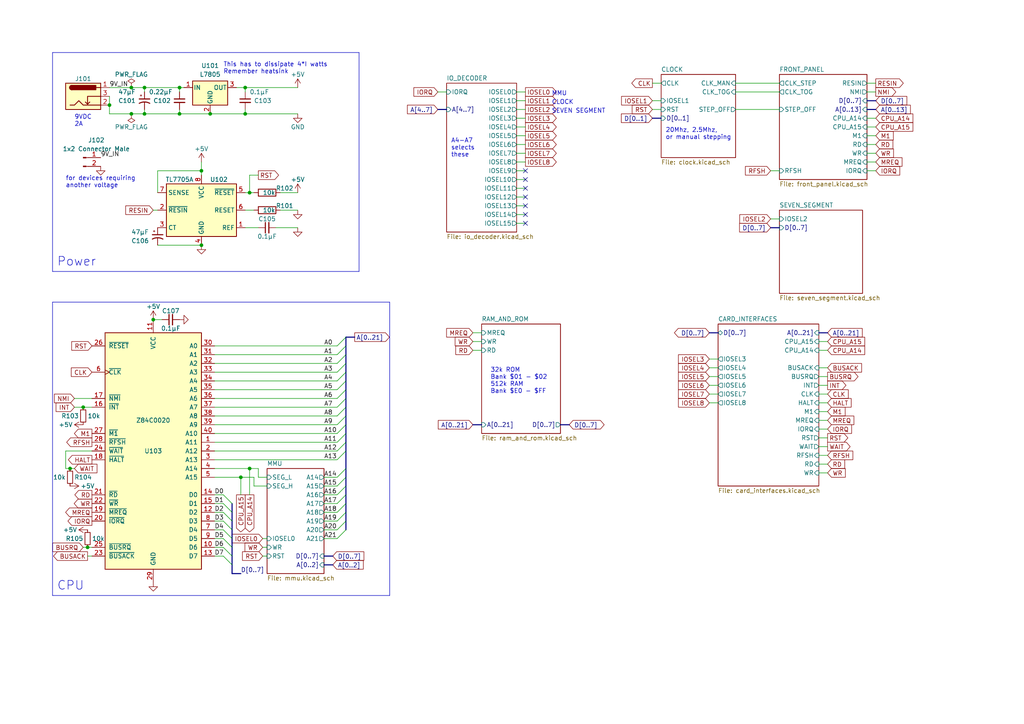
<source format=kicad_sch>
(kicad_sch (version 20230121) (generator eeschema)

  (uuid 4344bc11-e822-474b-8d61-d12211e719b1)

  (paper "A4")

  (title_block
    (title "Computer")
    (date "2021-02-23")
    (rev "v1.0")
    (company "Bailey Harrison")
    (comment 1 "The 40-pin IDC connector hooks up to the front panel switches and LEDs")
    (comment 2 "32 KB ROM and 512 KB RAM included")
    (comment 3 "4 MB of pageable address space and 6 expansion slots")
    (comment 4 "8-Bit Z80 computer motherboard")
  )

  (lib_symbols
    (symbol "CPU:Z80CPU" (pin_names (offset 1.016)) (in_bom yes) (on_board yes)
      (property "Reference" "U" (at -13.97 35.56 0)
        (effects (font (size 1.27 1.27)) (justify left))
      )
      (property "Value" "Z80CPU" (at 6.35 35.56 0)
        (effects (font (size 1.27 1.27)) (justify left))
      )
      (property "Footprint" "" (at 0 10.16 0)
        (effects (font (size 1.27 1.27)) hide)
      )
      (property "Datasheet" "www.zilog.com/manage_directlink.php?filepath=docs/z80/um0080" (at 0 10.16 0)
        (effects (font (size 1.27 1.27)) hide)
      )
      (property "ki_keywords" "Z80 CPU uP" (at 0 0 0)
        (effects (font (size 1.27 1.27)) hide)
      )
      (property "ki_description" "8-bit General Purpose Microprocessor, DIP-40" (at 0 0 0)
        (effects (font (size 1.27 1.27)) hide)
      )
      (property "ki_fp_filters" "DIP* PDIP*" (at 0 0 0)
        (effects (font (size 1.27 1.27)) hide)
      )
      (symbol "Z80CPU_0_1"
        (rectangle (start -13.97 34.29) (end 13.97 -34.29)
          (stroke (width 0.254) (type default))
          (fill (type background))
        )
      )
      (symbol "Z80CPU_1_1"
        (pin output line (at 17.78 2.54 180) (length 3.81)
          (name "A11" (effects (font (size 1.27 1.27))))
          (number "1" (effects (font (size 1.27 1.27))))
        )
        (pin bidirectional line (at 17.78 -27.94 180) (length 3.81)
          (name "D6" (effects (font (size 1.27 1.27))))
          (number "10" (effects (font (size 1.27 1.27))))
        )
        (pin power_in line (at 0 38.1 270) (length 3.81)
          (name "VCC" (effects (font (size 1.27 1.27))))
          (number "11" (effects (font (size 1.27 1.27))))
        )
        (pin bidirectional line (at 17.78 -17.78 180) (length 3.81)
          (name "D2" (effects (font (size 1.27 1.27))))
          (number "12" (effects (font (size 1.27 1.27))))
        )
        (pin bidirectional line (at 17.78 -30.48 180) (length 3.81)
          (name "D7" (effects (font (size 1.27 1.27))))
          (number "13" (effects (font (size 1.27 1.27))))
        )
        (pin bidirectional line (at 17.78 -12.7 180) (length 3.81)
          (name "D0" (effects (font (size 1.27 1.27))))
          (number "14" (effects (font (size 1.27 1.27))))
        )
        (pin bidirectional line (at 17.78 -15.24 180) (length 3.81)
          (name "D1" (effects (font (size 1.27 1.27))))
          (number "15" (effects (font (size 1.27 1.27))))
        )
        (pin input line (at -17.78 12.7 0) (length 3.81)
          (name "~{INT}" (effects (font (size 1.27 1.27))))
          (number "16" (effects (font (size 1.27 1.27))))
        )
        (pin input line (at -17.78 15.24 0) (length 3.81)
          (name "~{NMI}" (effects (font (size 1.27 1.27))))
          (number "17" (effects (font (size 1.27 1.27))))
        )
        (pin output line (at -17.78 -2.54 0) (length 3.81)
          (name "~{HALT}" (effects (font (size 1.27 1.27))))
          (number "18" (effects (font (size 1.27 1.27))))
        )
        (pin output line (at -17.78 -17.78 0) (length 3.81)
          (name "~{MREQ}" (effects (font (size 1.27 1.27))))
          (number "19" (effects (font (size 1.27 1.27))))
        )
        (pin output line (at 17.78 0 180) (length 3.81)
          (name "A12" (effects (font (size 1.27 1.27))))
          (number "2" (effects (font (size 1.27 1.27))))
        )
        (pin output line (at -17.78 -20.32 0) (length 3.81)
          (name "~{IORQ}" (effects (font (size 1.27 1.27))))
          (number "20" (effects (font (size 1.27 1.27))))
        )
        (pin output line (at -17.78 -12.7 0) (length 3.81)
          (name "~{RD}" (effects (font (size 1.27 1.27))))
          (number "21" (effects (font (size 1.27 1.27))))
        )
        (pin output line (at -17.78 -15.24 0) (length 3.81)
          (name "~{WR}" (effects (font (size 1.27 1.27))))
          (number "22" (effects (font (size 1.27 1.27))))
        )
        (pin output line (at -17.78 -30.48 0) (length 3.81)
          (name "~{BUSACK}" (effects (font (size 1.27 1.27))))
          (number "23" (effects (font (size 1.27 1.27))))
        )
        (pin input line (at -17.78 0 0) (length 3.81)
          (name "~{WAIT}" (effects (font (size 1.27 1.27))))
          (number "24" (effects (font (size 1.27 1.27))))
        )
        (pin input line (at -17.78 -27.94 0) (length 3.81)
          (name "~{BUSRQ}" (effects (font (size 1.27 1.27))))
          (number "25" (effects (font (size 1.27 1.27))))
        )
        (pin input line (at -17.78 30.48 0) (length 3.81)
          (name "~{RESET}" (effects (font (size 1.27 1.27))))
          (number "26" (effects (font (size 1.27 1.27))))
        )
        (pin output line (at -17.78 5.08 0) (length 3.81)
          (name "~{M1}" (effects (font (size 1.27 1.27))))
          (number "27" (effects (font (size 1.27 1.27))))
        )
        (pin output line (at -17.78 2.54 0) (length 3.81)
          (name "~{RFSH}" (effects (font (size 1.27 1.27))))
          (number "28" (effects (font (size 1.27 1.27))))
        )
        (pin power_in line (at 0 -38.1 90) (length 3.81)
          (name "GND" (effects (font (size 1.27 1.27))))
          (number "29" (effects (font (size 1.27 1.27))))
        )
        (pin output line (at 17.78 -2.54 180) (length 3.81)
          (name "A13" (effects (font (size 1.27 1.27))))
          (number "3" (effects (font (size 1.27 1.27))))
        )
        (pin output line (at 17.78 30.48 180) (length 3.81)
          (name "A0" (effects (font (size 1.27 1.27))))
          (number "30" (effects (font (size 1.27 1.27))))
        )
        (pin output line (at 17.78 27.94 180) (length 3.81)
          (name "A1" (effects (font (size 1.27 1.27))))
          (number "31" (effects (font (size 1.27 1.27))))
        )
        (pin output line (at 17.78 25.4 180) (length 3.81)
          (name "A2" (effects (font (size 1.27 1.27))))
          (number "32" (effects (font (size 1.27 1.27))))
        )
        (pin output line (at 17.78 22.86 180) (length 3.81)
          (name "A3" (effects (font (size 1.27 1.27))))
          (number "33" (effects (font (size 1.27 1.27))))
        )
        (pin output line (at 17.78 20.32 180) (length 3.81)
          (name "A4" (effects (font (size 1.27 1.27))))
          (number "34" (effects (font (size 1.27 1.27))))
        )
        (pin output line (at 17.78 17.78 180) (length 3.81)
          (name "A5" (effects (font (size 1.27 1.27))))
          (number "35" (effects (font (size 1.27 1.27))))
        )
        (pin output line (at 17.78 15.24 180) (length 3.81)
          (name "A6" (effects (font (size 1.27 1.27))))
          (number "36" (effects (font (size 1.27 1.27))))
        )
        (pin output line (at 17.78 12.7 180) (length 3.81)
          (name "A7" (effects (font (size 1.27 1.27))))
          (number "37" (effects (font (size 1.27 1.27))))
        )
        (pin output line (at 17.78 10.16 180) (length 3.81)
          (name "A8" (effects (font (size 1.27 1.27))))
          (number "38" (effects (font (size 1.27 1.27))))
        )
        (pin output line (at 17.78 7.62 180) (length 3.81)
          (name "A9" (effects (font (size 1.27 1.27))))
          (number "39" (effects (font (size 1.27 1.27))))
        )
        (pin output line (at 17.78 -5.08 180) (length 3.81)
          (name "A14" (effects (font (size 1.27 1.27))))
          (number "4" (effects (font (size 1.27 1.27))))
        )
        (pin output line (at 17.78 5.08 180) (length 3.81)
          (name "A10" (effects (font (size 1.27 1.27))))
          (number "40" (effects (font (size 1.27 1.27))))
        )
        (pin output line (at 17.78 -7.62 180) (length 3.81)
          (name "A15" (effects (font (size 1.27 1.27))))
          (number "5" (effects (font (size 1.27 1.27))))
        )
        (pin input clock (at -17.78 22.86 0) (length 3.81)
          (name "~{CLK}" (effects (font (size 1.27 1.27))))
          (number "6" (effects (font (size 1.27 1.27))))
        )
        (pin bidirectional line (at 17.78 -22.86 180) (length 3.81)
          (name "D4" (effects (font (size 1.27 1.27))))
          (number "7" (effects (font (size 1.27 1.27))))
        )
        (pin bidirectional line (at 17.78 -20.32 180) (length 3.81)
          (name "D3" (effects (font (size 1.27 1.27))))
          (number "8" (effects (font (size 1.27 1.27))))
        )
        (pin bidirectional line (at 17.78 -25.4 180) (length 3.81)
          (name "D5" (effects (font (size 1.27 1.27))))
          (number "9" (effects (font (size 1.27 1.27))))
        )
      )
    )
    (symbol "Connector:Barrel_Jack_Switch" (pin_names hide) (in_bom yes) (on_board yes)
      (property "Reference" "J" (at 0 5.334 0)
        (effects (font (size 1.27 1.27)))
      )
      (property "Value" "Barrel_Jack_Switch" (at 0 -5.08 0)
        (effects (font (size 1.27 1.27)))
      )
      (property "Footprint" "" (at 1.27 -1.016 0)
        (effects (font (size 1.27 1.27)) hide)
      )
      (property "Datasheet" "~" (at 1.27 -1.016 0)
        (effects (font (size 1.27 1.27)) hide)
      )
      (property "ki_keywords" "DC power barrel jack connector" (at 0 0 0)
        (effects (font (size 1.27 1.27)) hide)
      )
      (property "ki_description" "DC Barrel Jack with an internal switch" (at 0 0 0)
        (effects (font (size 1.27 1.27)) hide)
      )
      (property "ki_fp_filters" "BarrelJack*" (at 0 0 0)
        (effects (font (size 1.27 1.27)) hide)
      )
      (symbol "Barrel_Jack_Switch_0_1"
        (rectangle (start -5.08 3.81) (end 5.08 -3.81)
          (stroke (width 0.254) (type default))
          (fill (type background))
        )
        (arc (start -3.302 3.175) (mid -3.9343 2.54) (end -3.302 1.905)
          (stroke (width 0.254) (type default))
          (fill (type none))
        )
        (arc (start -3.302 3.175) (mid -3.9343 2.54) (end -3.302 1.905)
          (stroke (width 0.254) (type default))
          (fill (type outline))
        )
        (polyline
          (pts
            (xy 1.27 -2.286)
            (xy 1.905 -1.651)
          )
          (stroke (width 0.254) (type default))
          (fill (type none))
        )
        (polyline
          (pts
            (xy 5.08 2.54)
            (xy 3.81 2.54)
          )
          (stroke (width 0.254) (type default))
          (fill (type none))
        )
        (polyline
          (pts
            (xy 5.08 0)
            (xy 1.27 0)
            (xy 1.27 -2.286)
            (xy 0.635 -1.651)
          )
          (stroke (width 0.254) (type default))
          (fill (type none))
        )
        (polyline
          (pts
            (xy -3.81 -2.54)
            (xy -2.54 -2.54)
            (xy -1.27 -1.27)
            (xy 0 -2.54)
            (xy 2.54 -2.54)
            (xy 5.08 -2.54)
          )
          (stroke (width 0.254) (type default))
          (fill (type none))
        )
        (rectangle (start 3.683 3.175) (end -3.302 1.905)
          (stroke (width 0.254) (type default))
          (fill (type outline))
        )
      )
      (symbol "Barrel_Jack_Switch_1_1"
        (pin passive line (at 7.62 2.54 180) (length 2.54)
          (name "~" (effects (font (size 1.27 1.27))))
          (number "1" (effects (font (size 1.27 1.27))))
        )
        (pin passive line (at 7.62 -2.54 180) (length 2.54)
          (name "~" (effects (font (size 1.27 1.27))))
          (number "2" (effects (font (size 1.27 1.27))))
        )
        (pin passive line (at 7.62 0 180) (length 2.54)
          (name "~" (effects (font (size 1.27 1.27))))
          (number "3" (effects (font (size 1.27 1.27))))
        )
      )
    )
    (symbol "Connector:Conn_01x02_Pin" (pin_names (offset 1.016) hide) (in_bom yes) (on_board yes)
      (property "Reference" "J" (at 0 2.54 0)
        (effects (font (size 1.27 1.27)))
      )
      (property "Value" "Conn_01x02_Pin" (at 0 -5.08 0)
        (effects (font (size 1.27 1.27)))
      )
      (property "Footprint" "" (at 0 0 0)
        (effects (font (size 1.27 1.27)) hide)
      )
      (property "Datasheet" "~" (at 0 0 0)
        (effects (font (size 1.27 1.27)) hide)
      )
      (property "ki_locked" "" (at 0 0 0)
        (effects (font (size 1.27 1.27)))
      )
      (property "ki_keywords" "connector" (at 0 0 0)
        (effects (font (size 1.27 1.27)) hide)
      )
      (property "ki_description" "Generic connector, single row, 01x02, script generated" (at 0 0 0)
        (effects (font (size 1.27 1.27)) hide)
      )
      (property "ki_fp_filters" "Connector*:*_1x??_*" (at 0 0 0)
        (effects (font (size 1.27 1.27)) hide)
      )
      (symbol "Conn_01x02_Pin_1_1"
        (polyline
          (pts
            (xy 1.27 -2.54)
            (xy 0.8636 -2.54)
          )
          (stroke (width 0.1524) (type default))
          (fill (type none))
        )
        (polyline
          (pts
            (xy 1.27 0)
            (xy 0.8636 0)
          )
          (stroke (width 0.1524) (type default))
          (fill (type none))
        )
        (rectangle (start 0.8636 -2.413) (end 0 -2.667)
          (stroke (width 0.1524) (type default))
          (fill (type outline))
        )
        (rectangle (start 0.8636 0.127) (end 0 -0.127)
          (stroke (width 0.1524) (type default))
          (fill (type outline))
        )
        (pin passive line (at 5.08 0 180) (length 3.81)
          (name "Pin_1" (effects (font (size 1.27 1.27))))
          (number "1" (effects (font (size 1.27 1.27))))
        )
        (pin passive line (at 5.08 -2.54 180) (length 3.81)
          (name "Pin_2" (effects (font (size 1.27 1.27))))
          (number "2" (effects (font (size 1.27 1.27))))
        )
      )
    )
    (symbol "Device:C_Polarized_Small_US" (pin_numbers hide) (pin_names (offset 0.254) hide) (in_bom yes) (on_board yes)
      (property "Reference" "C" (at 0.254 1.778 0)
        (effects (font (size 1.27 1.27)) (justify left))
      )
      (property "Value" "C_Polarized_Small_US" (at 0.254 -2.032 0)
        (effects (font (size 1.27 1.27)) (justify left))
      )
      (property "Footprint" "" (at 0 0 0)
        (effects (font (size 1.27 1.27)) hide)
      )
      (property "Datasheet" "~" (at 0 0 0)
        (effects (font (size 1.27 1.27)) hide)
      )
      (property "ki_keywords" "cap capacitor" (at 0 0 0)
        (effects (font (size 1.27 1.27)) hide)
      )
      (property "ki_description" "Polarized capacitor, small US symbol" (at 0 0 0)
        (effects (font (size 1.27 1.27)) hide)
      )
      (property "ki_fp_filters" "CP_*" (at 0 0 0)
        (effects (font (size 1.27 1.27)) hide)
      )
      (symbol "C_Polarized_Small_US_0_1"
        (polyline
          (pts
            (xy -1.524 0.508)
            (xy 1.524 0.508)
          )
          (stroke (width 0.3048) (type default))
          (fill (type none))
        )
        (polyline
          (pts
            (xy -1.27 1.524)
            (xy -0.762 1.524)
          )
          (stroke (width 0) (type default))
          (fill (type none))
        )
        (polyline
          (pts
            (xy -1.016 1.27)
            (xy -1.016 1.778)
          )
          (stroke (width 0) (type default))
          (fill (type none))
        )
        (arc (start 1.524 -0.762) (mid 0 -0.3734) (end -1.524 -0.762)
          (stroke (width 0.3048) (type default))
          (fill (type none))
        )
      )
      (symbol "C_Polarized_Small_US_1_1"
        (pin passive line (at 0 2.54 270) (length 2.032)
          (name "~" (effects (font (size 1.27 1.27))))
          (number "1" (effects (font (size 1.27 1.27))))
        )
        (pin passive line (at 0 -2.54 90) (length 2.032)
          (name "~" (effects (font (size 1.27 1.27))))
          (number "2" (effects (font (size 1.27 1.27))))
        )
      )
    )
    (symbol "Device:C_Small" (pin_numbers hide) (pin_names (offset 0.254) hide) (in_bom yes) (on_board yes)
      (property "Reference" "C" (at 0.254 1.778 0)
        (effects (font (size 1.27 1.27)) (justify left))
      )
      (property "Value" "C_Small" (at 0.254 -2.032 0)
        (effects (font (size 1.27 1.27)) (justify left))
      )
      (property "Footprint" "" (at 0 0 0)
        (effects (font (size 1.27 1.27)) hide)
      )
      (property "Datasheet" "~" (at 0 0 0)
        (effects (font (size 1.27 1.27)) hide)
      )
      (property "ki_keywords" "capacitor cap" (at 0 0 0)
        (effects (font (size 1.27 1.27)) hide)
      )
      (property "ki_description" "Unpolarized capacitor, small symbol" (at 0 0 0)
        (effects (font (size 1.27 1.27)) hide)
      )
      (property "ki_fp_filters" "C_*" (at 0 0 0)
        (effects (font (size 1.27 1.27)) hide)
      )
      (symbol "C_Small_0_1"
        (polyline
          (pts
            (xy -1.524 -0.508)
            (xy 1.524 -0.508)
          )
          (stroke (width 0.3302) (type default))
          (fill (type none))
        )
        (polyline
          (pts
            (xy -1.524 0.508)
            (xy 1.524 0.508)
          )
          (stroke (width 0.3048) (type default))
          (fill (type none))
        )
      )
      (symbol "C_Small_1_1"
        (pin passive line (at 0 2.54 270) (length 2.032)
          (name "~" (effects (font (size 1.27 1.27))))
          (number "1" (effects (font (size 1.27 1.27))))
        )
        (pin passive line (at 0 -2.54 90) (length 2.032)
          (name "~" (effects (font (size 1.27 1.27))))
          (number "2" (effects (font (size 1.27 1.27))))
        )
      )
    )
    (symbol "Device:R" (pin_numbers hide) (pin_names (offset 0)) (in_bom yes) (on_board yes)
      (property "Reference" "R" (at 2.032 0 90)
        (effects (font (size 1.27 1.27)))
      )
      (property "Value" "R" (at 0 0 90)
        (effects (font (size 1.27 1.27)))
      )
      (property "Footprint" "" (at -1.778 0 90)
        (effects (font (size 1.27 1.27)) hide)
      )
      (property "Datasheet" "~" (at 0 0 0)
        (effects (font (size 1.27 1.27)) hide)
      )
      (property "ki_keywords" "R res resistor" (at 0 0 0)
        (effects (font (size 1.27 1.27)) hide)
      )
      (property "ki_description" "Resistor" (at 0 0 0)
        (effects (font (size 1.27 1.27)) hide)
      )
      (property "ki_fp_filters" "R_*" (at 0 0 0)
        (effects (font (size 1.27 1.27)) hide)
      )
      (symbol "R_0_1"
        (rectangle (start -1.016 -2.54) (end 1.016 2.54)
          (stroke (width 0.254) (type default))
          (fill (type none))
        )
      )
      (symbol "R_1_1"
        (pin passive line (at 0 3.81 270) (length 1.27)
          (name "~" (effects (font (size 1.27 1.27))))
          (number "1" (effects (font (size 1.27 1.27))))
        )
        (pin passive line (at 0 -3.81 90) (length 1.27)
          (name "~" (effects (font (size 1.27 1.27))))
          (number "2" (effects (font (size 1.27 1.27))))
        )
      )
    )
    (symbol "Device:R_Small" (pin_numbers hide) (pin_names (offset 0.254) hide) (in_bom yes) (on_board yes)
      (property "Reference" "R" (at 0.762 0.508 0)
        (effects (font (size 1.27 1.27)) (justify left))
      )
      (property "Value" "R_Small" (at 0.762 -1.016 0)
        (effects (font (size 1.27 1.27)) (justify left))
      )
      (property "Footprint" "" (at 0 0 0)
        (effects (font (size 1.27 1.27)) hide)
      )
      (property "Datasheet" "~" (at 0 0 0)
        (effects (font (size 1.27 1.27)) hide)
      )
      (property "ki_keywords" "R resistor" (at 0 0 0)
        (effects (font (size 1.27 1.27)) hide)
      )
      (property "ki_description" "Resistor, small symbol" (at 0 0 0)
        (effects (font (size 1.27 1.27)) hide)
      )
      (property "ki_fp_filters" "R_*" (at 0 0 0)
        (effects (font (size 1.27 1.27)) hide)
      )
      (symbol "R_Small_0_1"
        (rectangle (start -0.762 1.778) (end 0.762 -1.778)
          (stroke (width 0.2032) (type default))
          (fill (type none))
        )
      )
      (symbol "R_Small_1_1"
        (pin passive line (at 0 2.54 270) (length 0.762)
          (name "~" (effects (font (size 1.27 1.27))))
          (number "1" (effects (font (size 1.27 1.27))))
        )
        (pin passive line (at 0 -2.54 90) (length 0.762)
          (name "~" (effects (font (size 1.27 1.27))))
          (number "2" (effects (font (size 1.27 1.27))))
        )
      )
    )
    (symbol "Power_Supervisor:TL7705A" (in_bom yes) (on_board yes)
      (property "Reference" "U" (at -8.89 8.89 0)
        (effects (font (size 1.27 1.27)))
      )
      (property "Value" "TL7705A" (at 10.16 8.89 0)
        (effects (font (size 1.27 1.27)) (justify right))
      )
      (property "Footprint" "" (at 0 0 0)
        (effects (font (size 1.27 1.27)) hide)
      )
      (property "Datasheet" "http://www.ti.com.cn/cn/lit/ds/symlink/tl7705a.pdf" (at 0 0 0)
        (effects (font (size 1.27 1.27)) hide)
      )
      (property "ki_keywords" "voltage supervisor" (at 0 0 0)
        (effects (font (size 1.27 1.27)) hide)
      )
      (property "ki_description" "Supply-Voltage Supervisors, 4.55V, PDIP-8/SOIC-8" (at 0 0 0)
        (effects (font (size 1.27 1.27)) hide)
      )
      (property "ki_fp_filters" "SOIC*3.9x4.9mm*P1.27mm* DIP*W7.62mm*" (at 0 0 0)
        (effects (font (size 1.27 1.27)) hide)
      )
      (symbol "TL7705A_0_1"
        (rectangle (start -10.16 7.62) (end 10.16 -7.62)
          (stroke (width 0.254) (type default))
          (fill (type background))
        )
      )
      (symbol "TL7705A_1_1"
        (pin output line (at 12.7 -5.08 180) (length 2.54)
          (name "REF" (effects (font (size 1.27 1.27))))
          (number "1" (effects (font (size 1.27 1.27))))
        )
        (pin input line (at -12.7 0 0) (length 2.54)
          (name "~{RESIN}" (effects (font (size 1.27 1.27))))
          (number "2" (effects (font (size 1.27 1.27))))
        )
        (pin passive line (at -12.7 -5.08 0) (length 2.54)
          (name "CT" (effects (font (size 1.27 1.27))))
          (number "3" (effects (font (size 1.27 1.27))))
        )
        (pin power_in line (at 0 -10.16 90) (length 2.54)
          (name "GND" (effects (font (size 1.27 1.27))))
          (number "4" (effects (font (size 1.27 1.27))))
        )
        (pin open_collector line (at 12.7 5.08 180) (length 2.54)
          (name "~{RESET}" (effects (font (size 1.27 1.27))))
          (number "5" (effects (font (size 1.27 1.27))))
        )
        (pin open_collector line (at 12.7 0 180) (length 2.54)
          (name "RESET" (effects (font (size 1.27 1.27))))
          (number "6" (effects (font (size 1.27 1.27))))
        )
        (pin input line (at -12.7 5.08 0) (length 2.54)
          (name "SENSE" (effects (font (size 1.27 1.27))))
          (number "7" (effects (font (size 1.27 1.27))))
        )
        (pin power_in line (at 0 10.16 270) (length 2.54)
          (name "VCC" (effects (font (size 1.27 1.27))))
          (number "8" (effects (font (size 1.27 1.27))))
        )
      )
    )
    (symbol "Regulator_Linear:L7805" (pin_names (offset 0.254)) (in_bom yes) (on_board yes)
      (property "Reference" "U" (at -3.81 3.175 0)
        (effects (font (size 1.27 1.27)))
      )
      (property "Value" "L7805" (at 0 3.175 0)
        (effects (font (size 1.27 1.27)) (justify left))
      )
      (property "Footprint" "" (at 0.635 -3.81 0)
        (effects (font (size 1.27 1.27) italic) (justify left) hide)
      )
      (property "Datasheet" "http://www.st.com/content/ccc/resource/technical/document/datasheet/41/4f/b3/b0/12/d4/47/88/CD00000444.pdf/files/CD00000444.pdf/jcr:content/translations/en.CD00000444.pdf" (at 0 -1.27 0)
        (effects (font (size 1.27 1.27)) hide)
      )
      (property "ki_keywords" "Voltage Regulator 1.5A Positive" (at 0 0 0)
        (effects (font (size 1.27 1.27)) hide)
      )
      (property "ki_description" "Positive 1.5A 35V Linear Regulator, Fixed Output 5V, TO-220/TO-263/TO-252" (at 0 0 0)
        (effects (font (size 1.27 1.27)) hide)
      )
      (property "ki_fp_filters" "TO?252* TO?263* TO?220*" (at 0 0 0)
        (effects (font (size 1.27 1.27)) hide)
      )
      (symbol "L7805_0_1"
        (rectangle (start -5.08 1.905) (end 5.08 -5.08)
          (stroke (width 0.254) (type default))
          (fill (type background))
        )
      )
      (symbol "L7805_1_1"
        (pin power_in line (at -7.62 0 0) (length 2.54)
          (name "IN" (effects (font (size 1.27 1.27))))
          (number "1" (effects (font (size 1.27 1.27))))
        )
        (pin power_in line (at 0 -7.62 90) (length 2.54)
          (name "GND" (effects (font (size 1.27 1.27))))
          (number "2" (effects (font (size 1.27 1.27))))
        )
        (pin power_out line (at 7.62 0 180) (length 2.54)
          (name "OUT" (effects (font (size 1.27 1.27))))
          (number "3" (effects (font (size 1.27 1.27))))
        )
      )
    )
    (symbol "power:+5V" (power) (pin_names (offset 0)) (in_bom yes) (on_board yes)
      (property "Reference" "#PWR" (at 0 -3.81 0)
        (effects (font (size 1.27 1.27)) hide)
      )
      (property "Value" "+5V" (at 0 3.556 0)
        (effects (font (size 1.27 1.27)))
      )
      (property "Footprint" "" (at 0 0 0)
        (effects (font (size 1.27 1.27)) hide)
      )
      (property "Datasheet" "" (at 0 0 0)
        (effects (font (size 1.27 1.27)) hide)
      )
      (property "ki_keywords" "global power" (at 0 0 0)
        (effects (font (size 1.27 1.27)) hide)
      )
      (property "ki_description" "Power symbol creates a global label with name \"+5V\"" (at 0 0 0)
        (effects (font (size 1.27 1.27)) hide)
      )
      (symbol "+5V_0_1"
        (polyline
          (pts
            (xy -0.762 1.27)
            (xy 0 2.54)
          )
          (stroke (width 0) (type default))
          (fill (type none))
        )
        (polyline
          (pts
            (xy 0 0)
            (xy 0 2.54)
          )
          (stroke (width 0) (type default))
          (fill (type none))
        )
        (polyline
          (pts
            (xy 0 2.54)
            (xy 0.762 1.27)
          )
          (stroke (width 0) (type default))
          (fill (type none))
        )
      )
      (symbol "+5V_1_1"
        (pin power_in line (at 0 0 90) (length 0) hide
          (name "+5V" (effects (font (size 1.27 1.27))))
          (number "1" (effects (font (size 1.27 1.27))))
        )
      )
    )
    (symbol "power:GND" (power) (pin_names (offset 0)) (in_bom yes) (on_board yes)
      (property "Reference" "#PWR" (at 0 -6.35 0)
        (effects (font (size 1.27 1.27)) hide)
      )
      (property "Value" "GND" (at 0 -3.81 0)
        (effects (font (size 1.27 1.27)))
      )
      (property "Footprint" "" (at 0 0 0)
        (effects (font (size 1.27 1.27)) hide)
      )
      (property "Datasheet" "" (at 0 0 0)
        (effects (font (size 1.27 1.27)) hide)
      )
      (property "ki_keywords" "global power" (at 0 0 0)
        (effects (font (size 1.27 1.27)) hide)
      )
      (property "ki_description" "Power symbol creates a global label with name \"GND\" , ground" (at 0 0 0)
        (effects (font (size 1.27 1.27)) hide)
      )
      (symbol "GND_0_1"
        (polyline
          (pts
            (xy 0 0)
            (xy 0 -1.27)
            (xy 1.27 -1.27)
            (xy 0 -2.54)
            (xy -1.27 -1.27)
            (xy 0 -1.27)
          )
          (stroke (width 0) (type default))
          (fill (type none))
        )
      )
      (symbol "GND_1_1"
        (pin power_in line (at 0 0 270) (length 0) hide
          (name "GND" (effects (font (size 1.27 1.27))))
          (number "1" (effects (font (size 1.27 1.27))))
        )
      )
    )
    (symbol "power:PWR_FLAG" (power) (pin_numbers hide) (pin_names (offset 0) hide) (in_bom yes) (on_board yes)
      (property "Reference" "#FLG" (at 0 1.905 0)
        (effects (font (size 1.27 1.27)) hide)
      )
      (property "Value" "PWR_FLAG" (at 0 3.81 0)
        (effects (font (size 1.27 1.27)))
      )
      (property "Footprint" "" (at 0 0 0)
        (effects (font (size 1.27 1.27)) hide)
      )
      (property "Datasheet" "~" (at 0 0 0)
        (effects (font (size 1.27 1.27)) hide)
      )
      (property "ki_keywords" "flag power" (at 0 0 0)
        (effects (font (size 1.27 1.27)) hide)
      )
      (property "ki_description" "Special symbol for telling ERC where power comes from" (at 0 0 0)
        (effects (font (size 1.27 1.27)) hide)
      )
      (symbol "PWR_FLAG_0_0"
        (pin power_out line (at 0 0 90) (length 0)
          (name "pwr" (effects (font (size 1.27 1.27))))
          (number "1" (effects (font (size 1.27 1.27))))
        )
      )
      (symbol "PWR_FLAG_0_1"
        (polyline
          (pts
            (xy 0 0)
            (xy 0 1.27)
            (xy -1.016 1.905)
            (xy 0 2.54)
            (xy 1.016 1.905)
            (xy 0 1.27)
          )
          (stroke (width 0) (type default))
          (fill (type none))
        )
      )
    )
  )

  (junction (at 71.12 25.4) (diameter 0) (color 0 0 0 0)
    (uuid 015f5586-ba76-4a98-9114-f5cd2c67134d)
  )
  (junction (at 38.1 25.4) (diameter 0) (color 0 0 0 0)
    (uuid 04d60995-4f82-4f17-8f82-2f27a0a779cc)
  )
  (junction (at 41.91 25.4) (diameter 0) (color 0 0 0 0)
    (uuid 17ff35b3-d658-499b-9a46-ea36063fed4e)
  )
  (junction (at 58.42 49.53) (diameter 0) (color 0 0 0 0)
    (uuid 1b98de85-f9de-4825-baf2-c96991615275)
  )
  (junction (at 25.4 158.75) (diameter 0) (color 0 0 0 0)
    (uuid 2ee28fa9-d785-45a1-9a1b-1be02ad8cd0b)
  )
  (junction (at 60.96 33.02) (diameter 0) (color 0 0 0 0)
    (uuid 2f424da3-8fae-4941-bc6d-20044787372f)
  )
  (junction (at 44.45 92.71) (diameter 0) (color 0 0 0 0)
    (uuid 53fda1fb-12bd-4536-80e1-aab5c0e3fc58)
  )
  (junction (at 72.39 135.89) (diameter 0) (color 0 0 0 0)
    (uuid 60d26b83-9c3a-4edb-93ef-ab3d9d05e8cb)
  )
  (junction (at 24.13 118.11) (diameter 0) (color 0 0 0 0)
    (uuid 64256223-cf3b-4a78-97d3-f1dca769968f)
  )
  (junction (at 38.1 33.02) (diameter 0) (color 0 0 0 0)
    (uuid 72cc7949-68f8-4ef8-adcb-a65c1d042672)
  )
  (junction (at 58.42 71.12) (diameter 0) (color 0 0 0 0)
    (uuid 848c6095-3966-404d-9f2a-51150fd8dc54)
  )
  (junction (at 71.12 33.02) (diameter 0) (color 0 0 0 0)
    (uuid 89a3dae6-dcb5-435b-a383-656b6a19a316)
  )
  (junction (at 52.07 33.02) (diameter 0) (color 0 0 0 0)
    (uuid 8aeae536-fd36-430e-be47-1a856eced2fc)
  )
  (junction (at 69.85 138.43) (diameter 0) (color 0 0 0 0)
    (uuid 9f4abbc0-6ac3-48f0-b823-2c1c19349540)
  )
  (junction (at 72.39 55.88) (diameter 0) (color 0 0 0 0)
    (uuid c10ace36-a93c-4c08-ac75-059ef9e1f71c)
  )
  (junction (at 52.07 25.4) (diameter 0) (color 0 0 0 0)
    (uuid d13b0eae-4711-4325-a6bb-aa8e3646e86e)
  )
  (junction (at 31.75 30.48) (diameter 0) (color 0 0 0 0)
    (uuid e69c64f9-717d-4a97-b3df-80325ec2fa63)
  )
  (junction (at 41.91 33.02) (diameter 0) (color 0 0 0 0)
    (uuid e76ec524-408a-4daa-89f6-0edfdbcfb621)
  )
  (junction (at 20.32 135.89) (diameter 0) (color 0 0 0 0)
    (uuid f674b8e7-203d-419e-988a-58e0f9ae4fad)
  )

  (no_connect (at 152.4 52.07) (uuid 05e45f00-3c6b-4c0c-9ffb-3fe26fcda007))
  (no_connect (at 152.4 49.53) (uuid 40b38567-9d6a-4691-bccf-1b4dbe39957b))
  (no_connect (at 152.4 62.23) (uuid 94c3d0e3-d7fb-421d-bbb4-5c800d76c809))
  (no_connect (at 152.4 59.69) (uuid 9a595c4c-9ac1-4ae3-8ff3-1b7f2281a894))
  (no_connect (at 152.4 54.61) (uuid 9b07d532-5f76-4469-8dbf-25ac27eef589))
  (no_connect (at 152.4 57.15) (uuid a26bdee6-0e16-4ea6-87f7-fb32c714896e))
  (no_connect (at 152.4 64.77) (uuid ea28e946-b74f-4ba8-ac7b-b1884c5e7296))

  (bus_entry (at 97.79 100.33) (size 2.54 -2.54)
    (stroke (width 0) (type default))
    (uuid 15699041-ed40-45ee-87d8-f5e206a88536)
  )
  (bus_entry (at 67.31 146.05) (size -2.54 -2.54)
    (stroke (width 0) (type default))
    (uuid 1a852096-47e8-40bd-87b9-29ff491c181c)
  )
  (bus_entry (at 97.79 146.05) (size 2.54 -2.54)
    (stroke (width 0) (type default))
    (uuid 1cacb878-9da4-41fc-aa80-018bc841e19a)
  )
  (bus_entry (at 97.79 105.41) (size 2.54 -2.54)
    (stroke (width 0) (type default))
    (uuid 26a22c19-4cc5-4237-9651-0edc4f854154)
  )
  (bus_entry (at 67.31 148.59) (size -2.54 -2.54)
    (stroke (width 0) (type default))
    (uuid 36ff98aa-bcc7-47d3-a58c-81afdcf02e4a)
  )
  (bus_entry (at 97.79 113.03) (size 2.54 -2.54)
    (stroke (width 0) (type default))
    (uuid 3b65c51e-c243-447e-bee9-832d94c1630e)
  )
  (bus_entry (at 97.79 110.49) (size 2.54 -2.54)
    (stroke (width 0) (type default))
    (uuid 402c62e6-8d8e-473a-a0cf-2b86e4908cd7)
  )
  (bus_entry (at 67.31 163.83) (size -2.54 -2.54)
    (stroke (width 0) (type default))
    (uuid 448b6177-98b5-44e0-8216-78a5f1f58686)
  )
  (bus_entry (at 97.79 143.51) (size 2.54 -2.54)
    (stroke (width 0) (type default))
    (uuid 4ce9470f-5633-41bf-89ac-74a810939893)
  )
  (bus_entry (at 97.79 151.13) (size 2.54 -2.54)
    (stroke (width 0) (type default))
    (uuid 51cc007a-3378-4ce3-909c-71e94822f8d1)
  )
  (bus_entry (at 97.79 148.59) (size 2.54 -2.54)
    (stroke (width 0) (type default))
    (uuid 5576cd03-3bad-40c5-9316-1d286895d52a)
  )
  (bus_entry (at 97.79 125.73) (size 2.54 -2.54)
    (stroke (width 0) (type default))
    (uuid 5bab6a37-1fdf-4cf8-b571-44c962ed86e9)
  )
  (bus_entry (at 97.79 128.27) (size 2.54 -2.54)
    (stroke (width 0) (type default))
    (uuid 706c1cb9-5d96-4282-9efc-6147f0125147)
  )
  (bus_entry (at 67.31 158.75) (size -2.54 -2.54)
    (stroke (width 0) (type default))
    (uuid 752ca1b0-7cd7-4ecf-921d-3fcdec1355e6)
  )
  (bus_entry (at 97.79 140.97) (size 2.54 -2.54)
    (stroke (width 0) (type default))
    (uuid 83184391-76ed-44f0-8cd0-01f89f157bdb)
  )
  (bus_entry (at 97.79 118.11) (size 2.54 -2.54)
    (stroke (width 0) (type default))
    (uuid 88deea08-baa5-4041-beb7-01c299cf00e6)
  )
  (bus_entry (at 97.79 123.19) (size 2.54 -2.54)
    (stroke (width 0) (type default))
    (uuid 92f063a3-7cce-4a96-8a3a-cf5767f700c6)
  )
  (bus_entry (at 97.79 138.43) (size 2.54 -2.54)
    (stroke (width 0) (type default))
    (uuid 966ee9ec-860e-45bb-af89-30bda72b2032)
  )
  (bus_entry (at 97.79 102.87) (size 2.54 -2.54)
    (stroke (width 0) (type default))
    (uuid 968a6172-7a4e-40ab-a78a-e4d03671e136)
  )
  (bus_entry (at 97.79 153.67) (size 2.54 -2.54)
    (stroke (width 0) (type default))
    (uuid 96ef76a5-90c3-4767-98ba-2b61887e28d3)
  )
  (bus_entry (at 67.31 151.13) (size -2.54 -2.54)
    (stroke (width 0) (type default))
    (uuid 9ecb104f-9803-427e-9eb5-54b84f279bce)
  )
  (bus_entry (at 97.79 133.35) (size 2.54 -2.54)
    (stroke (width 0) (type default))
    (uuid 9ed09117-33cf-45a3-85a7-2606522feaf8)
  )
  (bus_entry (at 97.79 115.57) (size 2.54 -2.54)
    (stroke (width 0) (type default))
    (uuid a177c3b4-b04c-490e-b3fe-d3d4d7aa24a7)
  )
  (bus_entry (at 67.31 156.21) (size -2.54 -2.54)
    (stroke (width 0) (type default))
    (uuid a242bb38-70a5-4473-8d61-6437c0fae2f3)
  )
  (bus_entry (at 97.79 120.65) (size 2.54 -2.54)
    (stroke (width 0) (type default))
    (uuid ad4d05f5-6957-42f8-b65c-c657b9a26485)
  )
  (bus_entry (at 67.31 153.67) (size -2.54 -2.54)
    (stroke (width 0) (type default))
    (uuid bd156fb3-16f8-4b8b-8bbe-5cfe4b73e367)
  )
  (bus_entry (at 97.79 107.95) (size 2.54 -2.54)
    (stroke (width 0) (type default))
    (uuid c1b11207-7c0a-49b3-a41d-2fe677d5f3b8)
  )
  (bus_entry (at 67.31 161.29) (size -2.54 -2.54)
    (stroke (width 0) (type default))
    (uuid cb69e79f-a1d5-4e7b-96f7-72ad4a871af7)
  )
  (bus_entry (at 97.79 156.21) (size 2.54 -2.54)
    (stroke (width 0) (type default))
    (uuid db6412d3-e6c3-4bdd-abf4-a8f55d56df31)
  )
  (bus_entry (at 97.79 130.81) (size 2.54 -2.54)
    (stroke (width 0) (type default))
    (uuid eb391a95-1c1d-4613-b508-c76b8bc13a73)
  )

  (wire (pts (xy 237.49 121.92) (xy 240.03 121.92))
    (stroke (width 0) (type default))
    (uuid 01024d27-e392-4482-9e67-565b0c294fe8)
  )
  (bus (pts (xy 67.31 148.59) (xy 67.31 151.13))
    (stroke (width 0) (type default))
    (uuid 01db28dc-0450-4e0d-b32d-ace9bf3b8d75)
  )

  (wire (pts (xy 71.12 66.04) (xy 74.93 66.04))
    (stroke (width 0) (type default))
    (uuid 042fe62b-53aa-4e86-97d0-9ccb1e16a895)
  )
  (bus (pts (xy 237.49 96.52) (xy 240.03 96.52))
    (stroke (width 0) (type default))
    (uuid 044dde97-ee2e-473a-9264-ed4dff1893a5)
  )

  (wire (pts (xy 58.42 49.53) (xy 58.42 46.99))
    (stroke (width 0) (type default))
    (uuid 0938c137-668b-4d2f-b92b-cadb1df72bdb)
  )
  (wire (pts (xy 62.23 158.75) (xy 64.77 158.75))
    (stroke (width 0) (type default))
    (uuid 0948c0ea-a4db-4333-bdf3-564a9cfddfdc)
  )
  (wire (pts (xy 72.39 143.51) (xy 72.39 135.89))
    (stroke (width 0) (type default))
    (uuid 0a1d0cbe-85ab-4f0f-b3b1-fcef21dfb600)
  )
  (wire (pts (xy 213.36 24.13) (xy 226.06 24.13))
    (stroke (width 0) (type default))
    (uuid 0a5610bb-d01a-4417-8271-dc424dd2c838)
  )
  (wire (pts (xy 25.4 158.75) (xy 26.67 158.75))
    (stroke (width 0) (type default))
    (uuid 0e32af77-726b-4e11-9f99-2e2484ba9e9b)
  )
  (polyline (pts (xy 113.03 87.63) (xy 15.24 87.63))
    (stroke (width 0) (type default))
    (uuid 0f0f7bb5-ade7-4a81-82b4-43be6a8ad05c)
  )

  (wire (pts (xy 62.23 102.87) (xy 97.79 102.87))
    (stroke (width 0) (type default))
    (uuid 113ffcdf-4c54-4e37-81dc-f91efa934ba7)
  )
  (bus (pts (xy 100.33 107.95) (xy 100.33 110.49))
    (stroke (width 0) (type default))
    (uuid 132eed16-c522-47ee-b936-2e267e04b4ea)
  )

  (wire (pts (xy 149.86 62.23) (xy 152.4 62.23))
    (stroke (width 0) (type default))
    (uuid 165f4d8d-26a9-4cf2-a8d6-9936cd983be4)
  )
  (wire (pts (xy 237.49 134.62) (xy 240.03 134.62))
    (stroke (width 0) (type default))
    (uuid 18cf1537-83e6-4374-a277-6e3e21479ab0)
  )
  (wire (pts (xy 21.59 135.89) (xy 20.32 135.89))
    (stroke (width 0) (type default))
    (uuid 1a22eb2d-f625-4371-a918-ff1b97dc8219)
  )
  (wire (pts (xy 93.98 148.59) (xy 97.79 148.59))
    (stroke (width 0) (type default))
    (uuid 1bf7d0f9-0dcf-4d7c-b58c-318e3dc42bc9)
  )
  (wire (pts (xy 69.85 143.51) (xy 69.85 138.43))
    (stroke (width 0) (type default))
    (uuid 1cb64bfe-d819-47e3-be11-515b04f2c451)
  )
  (wire (pts (xy 74.93 135.89) (xy 74.93 138.43))
    (stroke (width 0) (type default))
    (uuid 1de61170-5337-44c5-ba28-bd477db4bff1)
  )
  (wire (pts (xy 205.74 106.68) (xy 208.28 106.68))
    (stroke (width 0) (type default))
    (uuid 2026567f-be64-41dd-8011-b0897ba0ff2e)
  )
  (wire (pts (xy 62.23 107.95) (xy 97.79 107.95))
    (stroke (width 0) (type default))
    (uuid 2102c637-9f11-48f1-aae6-b4139dc22be2)
  )
  (bus (pts (xy 100.33 105.41) (xy 100.33 107.95))
    (stroke (width 0) (type default))
    (uuid 2271f8f9-2f64-4f77-b9df-68661a609a45)
  )

  (wire (pts (xy 127 26.67) (xy 129.54 26.67))
    (stroke (width 0) (type default))
    (uuid 2295a793-dfca-4b86-a3e5-abf1834e2790)
  )
  (wire (pts (xy 93.98 156.21) (xy 97.79 156.21))
    (stroke (width 0) (type default))
    (uuid 247ebffd-2cb6-4379-ba6e-21861fea3913)
  )
  (wire (pts (xy 226.06 63.5) (xy 223.52 63.5))
    (stroke (width 0) (type default))
    (uuid 251669f2-aed1-46fe-b2e4-9582ff1e4084)
  )
  (wire (pts (xy 31.75 30.48) (xy 31.75 33.02))
    (stroke (width 0) (type default))
    (uuid 2518d4ea-25cc-4e57-a0d6-8482034e7318)
  )
  (wire (pts (xy 19.05 130.81) (xy 26.67 130.81))
    (stroke (width 0) (type default))
    (uuid 25c663ff-96b6-4263-a06e-d1829409cf73)
  )
  (wire (pts (xy 62.23 113.03) (xy 97.79 113.03))
    (stroke (width 0) (type default))
    (uuid 272c2a78-b5f5-4b61-aed3-ec69e0e92729)
  )
  (wire (pts (xy 149.86 39.37) (xy 152.4 39.37))
    (stroke (width 0) (type default))
    (uuid 291935ec-f8ff-41f0-8717-e68b8af7b8c1)
  )
  (wire (pts (xy 80.01 66.04) (xy 86.36 66.04))
    (stroke (width 0) (type default))
    (uuid 2938bf2d-2d32-4cb0-9d4d-563ea28ffffa)
  )
  (bus (pts (xy 100.33 110.49) (xy 100.33 113.03))
    (stroke (width 0) (type default))
    (uuid 298496d6-e05c-4044-b7d6-229fe7552071)
  )
  (bus (pts (xy 100.33 151.13) (xy 100.33 153.67))
    (stroke (width 0) (type default))
    (uuid 2a426834-7a0b-4385-a278-688f38da976c)
  )
  (bus (pts (xy 100.33 148.59) (xy 100.33 151.13))
    (stroke (width 0) (type default))
    (uuid 2a5f06fe-a047-4ba0-ac3b-a4b14a357abf)
  )

  (wire (pts (xy 62.23 130.81) (xy 97.79 130.81))
    (stroke (width 0) (type default))
    (uuid 2b25e886-ded1-450a-ada1-ece4208052e4)
  )
  (wire (pts (xy 76.2 161.29) (xy 77.47 161.29))
    (stroke (width 0) (type default))
    (uuid 2cd3975a-2259-4fa9-8133-e1586b9b9618)
  )
  (wire (pts (xy 223.52 49.53) (xy 226.06 49.53))
    (stroke (width 0) (type default))
    (uuid 2d0d333a-99a0-4575-9433-710c8cc7ac0b)
  )
  (wire (pts (xy 189.23 31.75) (xy 191.77 31.75))
    (stroke (width 0) (type default))
    (uuid 2e36ce87-4661-4b8f-956a-16dc559e1b50)
  )
  (wire (pts (xy 71.12 33.02) (xy 86.36 33.02))
    (stroke (width 0) (type default))
    (uuid 2f3fba7a-cf45-4bd8-9035-07e6fa0b4732)
  )
  (wire (pts (xy 237.49 101.6) (xy 240.03 101.6))
    (stroke (width 0) (type default))
    (uuid 2fb9964c-4cd4-4e81-b5e8-f78759d3adb5)
  )
  (bus (pts (xy 251.46 31.75) (xy 254 31.75))
    (stroke (width 0) (type default))
    (uuid 3335d379-08d8-4469-9fa1-495ed5a43fba)
  )

  (wire (pts (xy 237.49 111.76) (xy 240.03 111.76))
    (stroke (width 0) (type default))
    (uuid 34a11a07-8b7f-45d2-96e3-89fd43e62756)
  )
  (wire (pts (xy 19.05 135.89) (xy 19.05 130.81))
    (stroke (width 0) (type default))
    (uuid 34ce7009-187e-4541-a14e-708b3a2903d9)
  )
  (bus (pts (xy 100.33 140.97) (xy 100.33 143.51))
    (stroke (width 0) (type default))
    (uuid 34f32dbe-ec53-492b-9ed9-f50e6548c918)
  )

  (wire (pts (xy 81.28 60.96) (xy 86.36 60.96))
    (stroke (width 0) (type default))
    (uuid 35343f32-90ff-4059-a108-111fb444c3d2)
  )
  (bus (pts (xy 100.33 123.19) (xy 100.33 125.73))
    (stroke (width 0) (type default))
    (uuid 35a575e5-7e0b-4624-9431-b15d63de581e)
  )

  (wire (pts (xy 149.86 34.29) (xy 152.4 34.29))
    (stroke (width 0) (type default))
    (uuid 35fb7c56-dc85-43f7-b954-81b8040a8500)
  )
  (bus (pts (xy 139.7 123.19) (xy 137.16 123.19))
    (stroke (width 0) (type default))
    (uuid 363189af-2faa-46a4-b025-5a779d801f2e)
  )

  (wire (pts (xy 41.91 25.4) (xy 52.07 25.4))
    (stroke (width 0) (type default))
    (uuid 3993c707-5291-41b6-83c0-d1c09cb3833a)
  )
  (wire (pts (xy 74.93 138.43) (xy 77.47 138.43))
    (stroke (width 0) (type default))
    (uuid 3a1a39fc-8030-4c93-9d9c-d79ba6824099)
  )
  (wire (pts (xy 254 49.53) (xy 251.46 49.53))
    (stroke (width 0) (type default))
    (uuid 3b9c5ffd-e59b-402d-8c5e-052f7ca643a4)
  )
  (bus (pts (xy 100.33 97.79) (xy 102.87 97.79))
    (stroke (width 0) (type default))
    (uuid 3bbbbb7d-391c-4fee-ac81-3c47878edc38)
  )

  (wire (pts (xy 52.07 26.67) (xy 52.07 25.4))
    (stroke (width 0) (type default))
    (uuid 3d552623-2969-4b15-8623-368144f225e9)
  )
  (wire (pts (xy 62.23 110.49) (xy 97.79 110.49))
    (stroke (width 0) (type default))
    (uuid 3f2a6679-91d7-4b6c-bf5c-c4d5abb2bc44)
  )
  (bus (pts (xy 100.33 120.65) (xy 100.33 123.19))
    (stroke (width 0) (type default))
    (uuid 41988800-6fe0-4cbe-9c3d-c4e1078ecf6a)
  )

  (wire (pts (xy 237.49 109.22) (xy 240.03 109.22))
    (stroke (width 0) (type default))
    (uuid 41b4f8c6-4973-4fc7-9118-d582bc7f31e7)
  )
  (wire (pts (xy 251.46 26.67) (xy 254 26.67))
    (stroke (width 0) (type default))
    (uuid 42b61d5b-39d6-462b-b2cc-57656078085f)
  )
  (polyline (pts (xy 104.14 15.24) (xy 104.14 78.74))
    (stroke (width 0) (type default))
    (uuid 42bd0f96-a831-406e-abb7-03ed1bbd785f)
  )

  (wire (pts (xy 213.36 31.75) (xy 226.06 31.75))
    (stroke (width 0) (type default))
    (uuid 42ecdba3-f348-4384-8d4b-cd21e56f3613)
  )
  (polyline (pts (xy 15.24 172.72) (xy 113.03 172.72))
    (stroke (width 0) (type default))
    (uuid 4346fe55-f906-453a-b81a-1c013104a598)
  )
  (polyline (pts (xy 104.14 15.24) (xy 15.24 15.24))
    (stroke (width 0) (type default))
    (uuid 456c5e47-d71e-4708-b061-1e61634d8648)
  )

  (wire (pts (xy 71.12 26.67) (xy 71.12 25.4))
    (stroke (width 0) (type default))
    (uuid 46cbe85d-ff47-428e-b187-4ebd50a66e0c)
  )
  (wire (pts (xy 237.49 114.3) (xy 240.03 114.3))
    (stroke (width 0) (type default))
    (uuid 47993d80-a37e-426e-90c9-fd54b49ed166)
  )
  (wire (pts (xy 149.86 41.91) (xy 152.4 41.91))
    (stroke (width 0) (type default))
    (uuid 49a65079-57a9-46fc-8711-1d7f2cab8dbf)
  )
  (wire (pts (xy 73.66 140.97) (xy 73.66 138.43))
    (stroke (width 0) (type default))
    (uuid 49b5f540-e128-4e08-bb09-f321f8e64056)
  )
  (wire (pts (xy 81.28 55.88) (xy 86.36 55.88))
    (stroke (width 0) (type default))
    (uuid 4b982f8b-ca29-4ebf-88fc-8a50b24e0802)
  )
  (bus (pts (xy 100.33 138.43) (xy 100.33 140.97))
    (stroke (width 0) (type default))
    (uuid 4bd0c1ee-08cc-4fa1-b0bf-acdb15841606)
  )

  (wire (pts (xy 62.23 143.51) (xy 64.77 143.51))
    (stroke (width 0) (type default))
    (uuid 4d6d6001-d0fa-41ff-ba04-039543a61229)
  )
  (wire (pts (xy 149.86 31.75) (xy 152.4 31.75))
    (stroke (width 0) (type default))
    (uuid 4e677390-a246-4ca0-954c-746e0870f88f)
  )
  (bus (pts (xy 100.33 100.33) (xy 100.33 102.87))
    (stroke (width 0) (type default))
    (uuid 51df258e-dfe3-4c62-9101-c990ba6a19a6)
  )

  (wire (pts (xy 237.49 119.38) (xy 240.03 119.38))
    (stroke (width 0) (type default))
    (uuid 54093c93-5e7e-4c8d-8d94-40c077747c12)
  )
  (wire (pts (xy 60.96 33.02) (xy 71.12 33.02))
    (stroke (width 0) (type default))
    (uuid 541721d1-074b-496e-a833-813044b3e8ca)
  )
  (wire (pts (xy 26.67 161.29) (xy 25.4 161.29))
    (stroke (width 0) (type default))
    (uuid 560d05a7-84e4-403a-80d1-f287a4032b8a)
  )
  (wire (pts (xy 45.72 55.88) (xy 45.72 49.53))
    (stroke (width 0) (type default))
    (uuid 5698a460-6e24-4857-84d8-4a43acd2325d)
  )
  (wire (pts (xy 93.98 143.51) (xy 97.79 143.51))
    (stroke (width 0) (type default))
    (uuid 58390862-1833-41dd-9c4e-98073ea0da33)
  )
  (wire (pts (xy 149.86 54.61) (xy 152.4 54.61))
    (stroke (width 0) (type default))
    (uuid 58cc7831-f944-4d33-8c61-2fd5bebc61e0)
  )
  (wire (pts (xy 205.74 116.84) (xy 208.28 116.84))
    (stroke (width 0) (type default))
    (uuid 59e09498-d26e-4ba7-b47d-fece2ea7c274)
  )
  (wire (pts (xy 251.46 41.91) (xy 254 41.91))
    (stroke (width 0) (type default))
    (uuid 5a33f5a4-a470-4c04-9e2d-532b5f01a5d6)
  )
  (bus (pts (xy 223.52 66.04) (xy 226.06 66.04))
    (stroke (width 0) (type default))
    (uuid 5a889284-4c9f-49be-8f02-e43e18550914)
  )
  (bus (pts (xy 67.31 146.05) (xy 67.31 148.59))
    (stroke (width 0) (type default))
    (uuid 5b5882b8-c7f5-4c95-ae9f-d57c242b55b4)
  )

  (wire (pts (xy 21.59 118.11) (xy 24.13 118.11))
    (stroke (width 0) (type default))
    (uuid 5b70b09b-6762-4725-9d48-805300c0bdc8)
  )
  (wire (pts (xy 74.93 50.8) (xy 72.39 50.8))
    (stroke (width 0) (type default))
    (uuid 5dbda758-e74b-4ccf-ad68-495d537d68ba)
  )
  (polyline (pts (xy 15.24 87.63) (xy 15.24 172.72))
    (stroke (width 0) (type default))
    (uuid 5e6153e6-2c19-46de-9a8e-b310a2a07861)
  )

  (wire (pts (xy 93.98 140.97) (xy 97.79 140.97))
    (stroke (width 0) (type default))
    (uuid 5e755161-24a5-4650-a6e3-9836bf074412)
  )
  (wire (pts (xy 62.23 148.59) (xy 64.77 148.59))
    (stroke (width 0) (type default))
    (uuid 5f29e703-acb2-4a60-a48c-2329c03ced7b)
  )
  (wire (pts (xy 254 44.45) (xy 251.46 44.45))
    (stroke (width 0) (type default))
    (uuid 6133fb54-5524-482e-9ae2-adbf29aced9e)
  )
  (wire (pts (xy 38.1 33.02) (xy 41.91 33.02))
    (stroke (width 0) (type default))
    (uuid 621c8eb9-ae87-439a-b350-badb5d559a5a)
  )
  (wire (pts (xy 62.23 120.65) (xy 97.79 120.65))
    (stroke (width 0) (type default))
    (uuid 62f15a9a-9893-486e-9ad0-ea43f88fc9e7)
  )
  (wire (pts (xy 149.86 26.67) (xy 152.4 26.67))
    (stroke (width 0) (type default))
    (uuid 637e9edf-ffed-49a2-8408-fa110c9a4c79)
  )
  (bus (pts (xy 100.33 130.81) (xy 100.33 135.89))
    (stroke (width 0) (type default))
    (uuid 684002ad-5b5b-47bb-9864-c243ce75ba09)
  )

  (wire (pts (xy 21.59 115.57) (xy 26.67 115.57))
    (stroke (width 0) (type default))
    (uuid 6aa022fb-09ce-49d9-86b1-c73b3ee817e2)
  )
  (wire (pts (xy 149.86 46.99) (xy 152.4 46.99))
    (stroke (width 0) (type default))
    (uuid 6ae963fb-e34f-4e11-9adf-78839a5b2ef1)
  )
  (bus (pts (xy 189.23 34.29) (xy 191.77 34.29))
    (stroke (width 0) (type default))
    (uuid 6b69fc79-c78f-4df1-9a05-c51d4173705f)
  )

  (wire (pts (xy 62.23 153.67) (xy 64.77 153.67))
    (stroke (width 0) (type default))
    (uuid 6c0187fa-23c5-42a4-aa2d-5d28a4d4c81a)
  )
  (wire (pts (xy 251.46 24.13) (xy 254 24.13))
    (stroke (width 0) (type default))
    (uuid 6d7ff8c0-8a2a-4636-844f-c7210ff3e6f2)
  )
  (wire (pts (xy 71.12 60.96) (xy 73.66 60.96))
    (stroke (width 0) (type default))
    (uuid 6e77d4d6-0239-4c20-98f8-23ae4f71d638)
  )
  (bus (pts (xy 100.33 128.27) (xy 100.33 130.81))
    (stroke (width 0) (type default))
    (uuid 6ee0da76-25bd-4854-ba2e-3439bdbdc533)
  )

  (wire (pts (xy 31.75 25.4) (xy 38.1 25.4))
    (stroke (width 0) (type default))
    (uuid 6f44a349-1ba9-4965-b217-aa1589a07228)
  )
  (wire (pts (xy 77.47 158.75) (xy 76.2 158.75))
    (stroke (width 0) (type default))
    (uuid 70abf340-8b3e-403e-a5e2-d8f35caa2f87)
  )
  (wire (pts (xy 240.03 106.68) (xy 237.49 106.68))
    (stroke (width 0) (type default))
    (uuid 722636b6-8ff0-452f-9357-23deb317d921)
  )
  (wire (pts (xy 62.23 118.11) (xy 97.79 118.11))
    (stroke (width 0) (type default))
    (uuid 7273dd21-e834-41d3-b279-d7de727709ca)
  )
  (wire (pts (xy 149.86 36.83) (xy 152.4 36.83))
    (stroke (width 0) (type default))
    (uuid 73ee7e03-97a8-4121-b568-c25f3934a935)
  )
  (wire (pts (xy 251.46 34.29) (xy 254 34.29))
    (stroke (width 0) (type default))
    (uuid 74012f9c-57f0-452a-9ea1-1e3437e264b8)
  )
  (bus (pts (xy 67.31 161.29) (xy 67.31 163.83))
    (stroke (width 0) (type default))
    (uuid 76cddfa5-6952-4a00-b4b2-35c24f2e2038)
  )

  (wire (pts (xy 208.28 104.14) (xy 205.74 104.14))
    (stroke (width 0) (type default))
    (uuid 77ef8901-6325-4427-901a-4acd9074dd7b)
  )
  (bus (pts (xy 100.33 135.89) (xy 100.33 138.43))
    (stroke (width 0) (type default))
    (uuid 7826b21a-8c61-407c-bb05-f41350f3a31d)
  )

  (wire (pts (xy 41.91 26.67) (xy 41.91 25.4))
    (stroke (width 0) (type default))
    (uuid 78b44915-d68e-4488-a873-34767153ef98)
  )
  (wire (pts (xy 208.28 114.3) (xy 205.74 114.3))
    (stroke (width 0) (type default))
    (uuid 7943ed8c-e760-4ace-9c5f-baf5589fae39)
  )
  (wire (pts (xy 76.2 156.21) (xy 77.47 156.21))
    (stroke (width 0) (type default))
    (uuid 7de6564c-7ad6-4d57-a54c-8d2835ff5cdc)
  )
  (bus (pts (xy 67.31 163.83) (xy 67.31 166.37))
    (stroke (width 0) (type default))
    (uuid 80114275-93e5-44d9-8aba-1ec61ebe511c)
  )
  (bus (pts (xy 67.31 153.67) (xy 67.31 156.21))
    (stroke (width 0) (type default))
    (uuid 80295ee4-49ee-420e-8626-3aafe4ea99c3)
  )

  (wire (pts (xy 237.49 99.06) (xy 240.03 99.06))
    (stroke (width 0) (type default))
    (uuid 8385d9f6-6997-423b-b38d-d0ab00c45f3f)
  )
  (wire (pts (xy 58.42 50.8) (xy 58.42 49.53))
    (stroke (width 0) (type default))
    (uuid 83a363ef-2850-4113-853b-2966af02d72d)
  )
  (wire (pts (xy 189.23 29.21) (xy 191.77 29.21))
    (stroke (width 0) (type default))
    (uuid 843b53af-dd34-4db8-aa6b-5035b25affc7)
  )
  (bus (pts (xy 67.31 151.13) (xy 67.31 153.67))
    (stroke (width 0) (type default))
    (uuid 874e071b-c983-428b-beec-ea066685f32d)
  )

  (wire (pts (xy 149.86 44.45) (xy 152.4 44.45))
    (stroke (width 0) (type default))
    (uuid 87ba184f-bff5-4989-8217-6af375cc3dd8)
  )
  (wire (pts (xy 237.49 127) (xy 240.03 127))
    (stroke (width 0) (type default))
    (uuid 88a17e56-466a-45e7-9047-7346a507f505)
  )
  (wire (pts (xy 60.96 33.02) (xy 52.07 33.02))
    (stroke (width 0) (type default))
    (uuid 8bd46048-cab7-4adf-af9a-bc2710c1894c)
  )
  (polyline (pts (xy 104.14 78.74) (xy 15.24 78.74))
    (stroke (width 0) (type default))
    (uuid 8cb5a828-8cef-4784-b78d-175b49646952)
  )

  (wire (pts (xy 149.86 64.77) (xy 152.4 64.77))
    (stroke (width 0) (type default))
    (uuid 8e697b96-cf4c-43ef-b321-8c2422b088bf)
  )
  (bus (pts (xy 93.98 161.29) (xy 96.52 161.29))
    (stroke (width 0) (type default))
    (uuid 91c82043-0b26-427f-b23c-6094224ddfc2)
  )

  (wire (pts (xy 93.98 146.05) (xy 97.79 146.05))
    (stroke (width 0) (type default))
    (uuid 9208ea78-8dde-4b3d-91e9-5755ab5efd9a)
  )
  (wire (pts (xy 44.45 92.71) (xy 46.99 92.71))
    (stroke (width 0) (type default))
    (uuid 929c74c0-78bf-4efe-a778-fa328e951865)
  )
  (wire (pts (xy 149.86 59.69) (xy 152.4 59.69))
    (stroke (width 0) (type default))
    (uuid 92a23ed4-a5ea-4cea-bc33-0a83191a0d32)
  )
  (bus (pts (xy 100.33 118.11) (xy 100.33 120.65))
    (stroke (width 0) (type default))
    (uuid 936f345b-c5ee-4f1a-bb2d-f4f16a80d6d0)
  )

  (wire (pts (xy 93.98 153.67) (xy 97.79 153.67))
    (stroke (width 0) (type default))
    (uuid 94d24676-7ae3-483c-8bd6-88d31adf00b4)
  )
  (wire (pts (xy 62.23 156.21) (xy 64.77 156.21))
    (stroke (width 0) (type default))
    (uuid 95c8cb4d-fdc7-496f-8ef6-d3468f609942)
  )
  (wire (pts (xy 72.39 55.88) (xy 72.39 50.8))
    (stroke (width 0) (type default))
    (uuid 9666bb6a-0c1d-4c92-be6d-94a465ec5c51)
  )
  (bus (pts (xy 205.74 96.52) (xy 208.28 96.52))
    (stroke (width 0) (type default))
    (uuid 96781640-c07e-4eea-a372-067ded96b703)
  )

  (wire (pts (xy 208.28 109.22) (xy 205.74 109.22))
    (stroke (width 0) (type default))
    (uuid 981ff4de-0330-4757-b746-0cb983df5e7c)
  )
  (polyline (pts (xy 15.24 15.24) (xy 15.24 78.74))
    (stroke (width 0) (type default))
    (uuid 9bb406d9-c650-4e67-9a26-3195d4de542e)
  )

  (wire (pts (xy 191.77 24.13) (xy 189.23 24.13))
    (stroke (width 0) (type default))
    (uuid 9c8eae28-a7c3-4e6a-bd81-98cf70031070)
  )
  (wire (pts (xy 149.86 57.15) (xy 152.4 57.15))
    (stroke (width 0) (type default))
    (uuid 9de304ba-fba7-4896-b969-9d87a3522d74)
  )
  (wire (pts (xy 62.23 151.13) (xy 64.77 151.13))
    (stroke (width 0) (type default))
    (uuid a1a609f4-cf34-4327-ad2b-90e598d70b2e)
  )
  (wire (pts (xy 137.16 101.6) (xy 139.7 101.6))
    (stroke (width 0) (type default))
    (uuid a2a0f5cc-b5aa-4e3e-8d85-23bdc2f59aec)
  )
  (wire (pts (xy 62.23 115.57) (xy 97.79 115.57))
    (stroke (width 0) (type default))
    (uuid a3fab380-991d-404b-95d5-1c209b047b6e)
  )
  (wire (pts (xy 44.45 60.96) (xy 45.72 60.96))
    (stroke (width 0) (type default))
    (uuid a5e6f7cb-0a81-4357-a11f-231d23300342)
  )
  (wire (pts (xy 237.49 137.16) (xy 240.03 137.16))
    (stroke (width 0) (type default))
    (uuid a6c7f556-10bb-4a6d-b61b-a732ec6fa5cc)
  )
  (wire (pts (xy 41.91 33.02) (xy 52.07 33.02))
    (stroke (width 0) (type default))
    (uuid a917c6d9-225d-4c90-bf25-fe8eff8abd3f)
  )
  (bus (pts (xy 100.33 115.57) (xy 100.33 118.11))
    (stroke (width 0) (type default))
    (uuid a927acd0-b003-4b8e-985b-83ab9a8a0d3f)
  )

  (wire (pts (xy 62.23 135.89) (xy 72.39 135.89))
    (stroke (width 0) (type default))
    (uuid aa23bfe3-454b-4a2b-bfe1-101c747eb84e)
  )
  (wire (pts (xy 254 39.37) (xy 251.46 39.37))
    (stroke (width 0) (type default))
    (uuid acb6c3f3-e677-4f35-9fc2-138ba10f33af)
  )
  (bus (pts (xy 67.31 158.75) (xy 67.31 161.29))
    (stroke (width 0) (type default))
    (uuid ace88ed7-cc9a-4530-8b77-68dd877cdcc1)
  )

  (wire (pts (xy 237.49 124.46) (xy 240.03 124.46))
    (stroke (width 0) (type default))
    (uuid acf5d924-0760-425a-996c-c1d965700be8)
  )
  (wire (pts (xy 72.39 135.89) (xy 74.93 135.89))
    (stroke (width 0) (type default))
    (uuid ae158d42-76cc-4911-a621-4cc28931c98b)
  )
  (bus (pts (xy 96.52 163.83) (xy 93.98 163.83))
    (stroke (width 0) (type default))
    (uuid af6ac8e6-193c-4bd2-ac0b-7f515b538a8b)
  )

  (wire (pts (xy 62.23 123.19) (xy 97.79 123.19))
    (stroke (width 0) (type default))
    (uuid b2b363dd-8e47-4a76-a142-e00e28334875)
  )
  (wire (pts (xy 149.86 29.21) (xy 152.4 29.21))
    (stroke (width 0) (type default))
    (uuid b456cffc-d9d7-4c91-91f2-36ec9a65dd1b)
  )
  (wire (pts (xy 137.16 99.06) (xy 139.7 99.06))
    (stroke (width 0) (type default))
    (uuid b7c09c15-282b-4731-8942-008851172201)
  )
  (wire (pts (xy 72.39 55.88) (xy 73.66 55.88))
    (stroke (width 0) (type default))
    (uuid b853d9ac-7829-468f-99ac-dc9996502e94)
  )
  (bus (pts (xy 100.33 113.03) (xy 100.33 115.57))
    (stroke (width 0) (type default))
    (uuid bc1e4e93-ff30-4601-ac32-2b96f6c04cfc)
  )

  (wire (pts (xy 52.07 31.75) (xy 52.07 33.02))
    (stroke (width 0) (type default))
    (uuid bc3b3f93-69e0-44a5-b919-319b81d13095)
  )
  (wire (pts (xy 62.23 125.73) (xy 97.79 125.73))
    (stroke (width 0) (type default))
    (uuid c15b2f75-2e10-4b71-bebb-e2b872171b92)
  )
  (wire (pts (xy 62.23 161.29) (xy 64.77 161.29))
    (stroke (width 0) (type default))
    (uuid c2a27cf9-7d70-45f5-8269-24faf72805a1)
  )
  (wire (pts (xy 77.47 140.97) (xy 73.66 140.97))
    (stroke (width 0) (type default))
    (uuid c37d3f0c-41ec-4928-8869-febc821c6326)
  )
  (wire (pts (xy 62.23 105.41) (xy 97.79 105.41))
    (stroke (width 0) (type default))
    (uuid c7cd39db-931a-4d86-96b8-57e6b39f58f9)
  )
  (polyline (pts (xy 113.03 172.72) (xy 113.03 87.63))
    (stroke (width 0) (type default))
    (uuid cb1a49ef-0a06-4f40-9008-61d1d1c36198)
  )

  (wire (pts (xy 240.03 129.54) (xy 237.49 129.54))
    (stroke (width 0) (type default))
    (uuid cdfb661b-489b-4b76-99f4-62b92bb1ab18)
  )
  (wire (pts (xy 62.23 100.33) (xy 97.79 100.33))
    (stroke (width 0) (type default))
    (uuid ceb12634-32ca-4cbf-9ff5-5e8b53ab18ad)
  )
  (wire (pts (xy 71.12 33.02) (xy 71.12 31.75))
    (stroke (width 0) (type default))
    (uuid d05faa1f-5f69-41bf-86d3-2cd224432e1b)
  )
  (wire (pts (xy 254 36.83) (xy 251.46 36.83))
    (stroke (width 0) (type default))
    (uuid d1441985-7b63-4bf8-a06d-c70da2e3b78b)
  )
  (bus (pts (xy 100.33 146.05) (xy 100.33 148.59))
    (stroke (width 0) (type default))
    (uuid d2e66279-3f9e-430f-8f98-515acdad8524)
  )

  (wire (pts (xy 149.86 49.53) (xy 152.4 49.53))
    (stroke (width 0) (type default))
    (uuid d45d1afe-78e6-4045-862c-b274469da903)
  )
  (bus (pts (xy 100.33 125.73) (xy 100.33 128.27))
    (stroke (width 0) (type default))
    (uuid d5962ba9-e091-4500-aecd-bfe4d1ad6366)
  )

  (wire (pts (xy 69.85 138.43) (xy 62.23 138.43))
    (stroke (width 0) (type default))
    (uuid d5f4d798-57d3-493b-b57c-3b6e89508879)
  )
  (wire (pts (xy 20.32 135.89) (xy 19.05 135.89))
    (stroke (width 0) (type default))
    (uuid d767f2ff-12ec-4778-96cb-3fdd7a473d60)
  )
  (wire (pts (xy 45.72 71.12) (xy 58.42 71.12))
    (stroke (width 0) (type default))
    (uuid d8dc9b6c-67d0-4a0d-a791-6f7d43ef3652)
  )
  (wire (pts (xy 31.75 27.94) (xy 31.75 30.48))
    (stroke (width 0) (type default))
    (uuid db851147-6a1e-4d19-898c-0ba71182359b)
  )
  (wire (pts (xy 38.1 25.4) (xy 41.91 25.4))
    (stroke (width 0) (type default))
    (uuid dc7523a5-4408-4a51-bc92-6a47a538c094)
  )
  (wire (pts (xy 45.72 49.53) (xy 58.42 49.53))
    (stroke (width 0) (type default))
    (uuid dde4c43d-f33e-48ba-86f3-779fdfce00c2)
  )
  (bus (pts (xy 162.56 123.19) (xy 165.1 123.19))
    (stroke (width 0) (type default))
    (uuid de552ae9-cde6-4643-8cc7-9de2579dadae)
  )

  (wire (pts (xy 24.13 118.11) (xy 26.67 118.11))
    (stroke (width 0) (type default))
    (uuid df93f76b-86da-45ae-87e2-4b691af12b00)
  )
  (bus (pts (xy 127 31.75) (xy 129.54 31.75))
    (stroke (width 0) (type default))
    (uuid dff67d5c-d976-4516-ae67-dbbdb70f8ddd)
  )
  (bus (pts (xy 251.46 29.21) (xy 254 29.21))
    (stroke (width 0) (type default))
    (uuid e0b0947e-ec91-4d8a-8663-5a112b0a8541)
  )
  (bus (pts (xy 100.33 143.51) (xy 100.33 146.05))
    (stroke (width 0) (type default))
    (uuid e1a57abc-e1de-4622-8769-4b8801fef914)
  )

  (wire (pts (xy 226.06 26.67) (xy 213.36 26.67))
    (stroke (width 0) (type default))
    (uuid e4504518-96e7-4c9e-8457-7273f5a490f1)
  )
  (wire (pts (xy 93.98 151.13) (xy 97.79 151.13))
    (stroke (width 0) (type default))
    (uuid e45aa7d8-0254-4176-afd9-766820762e19)
  )
  (wire (pts (xy 71.12 55.88) (xy 72.39 55.88))
    (stroke (width 0) (type default))
    (uuid e46ecd61-0bbe-4b9f-a151-a2cacac5967b)
  )
  (wire (pts (xy 52.07 25.4) (xy 53.34 25.4))
    (stroke (width 0) (type default))
    (uuid e65bab67-68b7-4b22-a939-6f2c05164d2a)
  )
  (wire (pts (xy 68.58 25.4) (xy 71.12 25.4))
    (stroke (width 0) (type default))
    (uuid e70d061b-28f0-4421-ad15-0598604086e8)
  )
  (wire (pts (xy 93.98 138.43) (xy 97.79 138.43))
    (stroke (width 0) (type default))
    (uuid e86e4fae-9ca7-4857-a93c-bc6a3048f887)
  )
  (wire (pts (xy 73.66 138.43) (xy 69.85 138.43))
    (stroke (width 0) (type default))
    (uuid ea77ba09-319a-49bd-ad5b-49f4c76f232c)
  )
  (bus (pts (xy 67.31 166.37) (xy 69.85 166.37))
    (stroke (width 0) (type default))
    (uuid ebf53875-e94a-4210-bd65-84fb4c7a67db)
  )

  (wire (pts (xy 62.23 146.05) (xy 64.77 146.05))
    (stroke (width 0) (type default))
    (uuid ed771a82-916f-4a9b-9b51-8183dd6ba8c3)
  )
  (wire (pts (xy 237.49 132.08) (xy 240.03 132.08))
    (stroke (width 0) (type default))
    (uuid ef3dded2-639c-45d4-8076-84cfb5189592)
  )
  (wire (pts (xy 71.12 25.4) (xy 86.36 25.4))
    (stroke (width 0) (type default))
    (uuid ef4533db-6ea4-4b68-b436-8e9575be570d)
  )
  (bus (pts (xy 100.33 97.79) (xy 100.33 100.33))
    (stroke (width 0) (type default))
    (uuid f030cfe8-f922-4a12-a58d-2ff6e60a9bb9)
  )

  (wire (pts (xy 251.46 46.99) (xy 254 46.99))
    (stroke (width 0) (type default))
    (uuid f08895dc-4dcb-4aef-a39b-5a08864cdaaf)
  )
  (wire (pts (xy 149.86 52.07) (xy 152.4 52.07))
    (stroke (width 0) (type default))
    (uuid f203116d-f256-4611-a03e-9536bbedaf2f)
  )
  (bus (pts (xy 67.31 156.21) (xy 67.31 158.75))
    (stroke (width 0) (type default))
    (uuid f3d4b5e5-9130-48f9-98c5-883799517b75)
  )

  (wire (pts (xy 41.91 31.75) (xy 41.91 33.02))
    (stroke (width 0) (type default))
    (uuid f4a1ab68-998b-43e3-aa33-40b58210bc99)
  )
  (bus (pts (xy 100.33 102.87) (xy 100.33 105.41))
    (stroke (width 0) (type default))
    (uuid f52f4604-9788-406e-afcf-4cd4dda1c0a1)
  )

  (wire (pts (xy 62.23 128.27) (xy 97.79 128.27))
    (stroke (width 0) (type default))
    (uuid f6a5c856-f2b5-40eb-a958-b666a0d408a0)
  )
  (wire (pts (xy 31.75 33.02) (xy 38.1 33.02))
    (stroke (width 0) (type default))
    (uuid f74eb612-4697-4cb4-afe4-9f94828b954d)
  )
  (wire (pts (xy 137.16 96.52) (xy 139.7 96.52))
    (stroke (width 0) (type default))
    (uuid fb0b1440-18be-4b5f-b469-b4cfaf66fc53)
  )
  (wire (pts (xy 24.13 158.75) (xy 25.4 158.75))
    (stroke (width 0) (type default))
    (uuid fb0bf2a0-d317-42f7-b022-b5e05481f6be)
  )
  (wire (pts (xy 237.49 116.84) (xy 240.03 116.84))
    (stroke (width 0) (type default))
    (uuid fb9a832c-737d-49fb-bbb4-29a0ba3e8178)
  )
  (wire (pts (xy 205.74 111.76) (xy 208.28 111.76))
    (stroke (width 0) (type default))
    (uuid fead07ab-5a70-40db-ada8-c72dcc827bfc)
  )
  (wire (pts (xy 62.23 133.35) (xy 97.79 133.35))
    (stroke (width 0) (type default))
    (uuid ffa442c7-cbef-461f-8613-c211201cec06)
  )

  (text "for devices requiring\nanother voltage" (at 19.05 54.61 0)
    (effects (font (size 1.27 1.27)) (justify left bottom))
    (uuid 0e166909-afb5-4d70-a00b-dd78cd09b084)
  )
  (text "Power" (at 16.51 77.47 0)
    (effects (font (size 2.54 2.54)) (justify left bottom))
    (uuid 162e5bdd-61a8-46a3-8485-826b5d58e1a1)
  )
  (text "A4-A7\nselects\nthese" (at 130.81 45.72 0)
    (effects (font (size 1.27 1.27)) (justify left bottom))
    (uuid 17cf1c88-8d51-4538-aa76-e35ac22d0ed0)
  )
  (text "This has to dissipate 4*I watts\nRemember heatsink" (at 64.77 21.59 0)
    (effects (font (size 1.27 1.27)) (justify left bottom))
    (uuid 2151a218-87ec-4d43-b5fa-736242c52602)
  )
  (text "9VDC\n2A" (at 21.59 36.83 0)
    (effects (font (size 1.27 1.27)) (justify left bottom))
    (uuid 319c683d-aed6-4e7d-aee2-ff9871746d52)
  )
  (text "CLOCK" (at 160.02 30.48 0)
    (effects (font (size 1.27 1.27)) (justify left bottom))
    (uuid 7e498af5-a41b-4f8f-8a13-10c00a9160aa)
  )
  (text "MMU" (at 160.02 27.94 0)
    (effects (font (size 1.27 1.27)) (justify left bottom))
    (uuid a22bec73-a69c-4ab7-8d8d-f6a6b09f925f)
  )
  (text "20Mhz, 2.5Mhz,\nor manual stepping" (at 193.04 40.64 0)
    (effects (font (size 1.27 1.27)) (justify left bottom))
    (uuid aae6bc05-6036-4fc6-8be7-c70daf5c8932)
  )
  (text "SEVEN SEGMENT" (at 160.02 33.02 0)
    (effects (font (size 1.27 1.27)) (justify left bottom))
    (uuid bd29b6d3-a58c-4b1f-9c20-de4efb708ab2)
  )
  (text "CPU" (at 16.51 171.45 0)
    (effects (font (size 2.54 2.54)) (justify left bottom))
    (uuid c512fed3-9770-476b-b048-e781b4f3cd72)
  )
  (text "32k ROM\nBank $01 - $02\n512k RAM\nBank $E0 - $FF" (at 142.24 114.3 0)
    (effects (font (size 1.27 1.27)) (justify left bottom))
    (uuid f5eb7390-4215-4bb5-bc53-f82f663cc9a5)
  )

  (label "9V_IN" (at 29.21 45.72 0) (fields_autoplaced)
    (effects (font (size 1.27 1.27)) (justify left bottom))
    (uuid 01109662-12b4-48a3-b68d-624008909c2a)
  )
  (label "A7" (at 93.98 118.11 0) (fields_autoplaced)
    (effects (font (size 1.27 1.27)) (justify left bottom))
    (uuid 099473f1-6598-46ff-a50f-4c520832170d)
  )
  (label "A16" (at 93.98 143.51 0) (fields_autoplaced)
    (effects (font (size 1.27 1.27)) (justify left bottom))
    (uuid 0c5dddf1-38df-43d2-b49c-e7b691dab0ab)
  )
  (label "A15" (at 93.98 140.97 0) (fields_autoplaced)
    (effects (font (size 1.27 1.27)) (justify left bottom))
    (uuid 0ce1dd44-f307-4f98-9f0d-478fd87daa64)
  )
  (label "A20" (at 93.98 153.67 0) (fields_autoplaced)
    (effects (font (size 1.27 1.27)) (justify left bottom))
    (uuid 1855ca44-ab48-4b76-a210-97fc81d916c4)
  )
  (label "A6" (at 93.98 115.57 0) (fields_autoplaced)
    (effects (font (size 1.27 1.27)) (justify left bottom))
    (uuid 1876c30c-72b2-4a8d-9f32-bf8b213530b4)
  )
  (label "A9" (at 93.98 123.19 0) (fields_autoplaced)
    (effects (font (size 1.27 1.27)) (justify left bottom))
    (uuid 199124ca-dd64-45cf-a063-97cc545cbea7)
  )
  (label "A12" (at 93.98 130.81 0) (fields_autoplaced)
    (effects (font (size 1.27 1.27)) (justify left bottom))
    (uuid 1bd80cf9-f42a-4aee-a408-9dbf4e81e625)
  )
  (label "D[0..7]" (at 69.85 166.37 0) (fields_autoplaced)
    (effects (font (size 1.27 1.27)) (justify left bottom))
    (uuid 1da07780-4c28-4c87-bc0d-c3ab160fcc75)
  )
  (label "A18" (at 93.98 148.59 0) (fields_autoplaced)
    (effects (font (size 1.27 1.27)) (justify left bottom))
    (uuid 254f7cc6-cee1-44ca-9afe-939b318201aa)
  )
  (label "A21" (at 93.98 156.21 0) (fields_autoplaced)
    (effects (font (size 1.27 1.27)) (justify left bottom))
    (uuid 3457afc5-3e4f-4220-81d1-b079f653a722)
  )
  (label "A2" (at 93.98 105.41 0) (fields_autoplaced)
    (effects (font (size 1.27 1.27)) (justify left bottom))
    (uuid 4bbde53d-6894-4e18-9480-84a6a26d5f6b)
  )
  (label "D7" (at 62.23 161.29 0)
    (effects (font (size 1.27 1.27)) (justify left bottom))
    (uuid 4ee1f5c4-dca0-4f6d-a3cd-e3d394b2b9b2)
  )
  (label "A11" (at 93.98 128.27 0) (fields_autoplaced)
    (effects (font (size 1.27 1.27)) (justify left bottom))
    (uuid 57f248a7-365e-4c42-b80d-5a7d1f9dfaf3)
  )
  (label "D0" (at 62.23 143.51 0)
    (effects (font (size 1.27 1.27)) (justify left bottom))
    (uuid 5cb74104-08bf-45ac-86e3-d3f19dab3e7d)
  )
  (label "A19" (at 93.98 151.13 0) (fields_autoplaced)
    (effects (font (size 1.27 1.27)) (justify left bottom))
    (uuid 5f48b0f2-82cf-40ce-afac-440f97643c36)
  )
  (label "D2" (at 62.23 148.59 0)
    (effects (font (size 1.27 1.27)) (justify left bottom))
    (uuid 694393ed-269d-455f-895f-3fecc268fda6)
  )
  (label "D3" (at 62.23 151.13 0)
    (effects (font (size 1.27 1.27)) (justify left bottom))
    (uuid 7c8ee57a-6cdb-4290-ab6c-cadc4a935399)
  )
  (label "A13" (at 93.98 133.35 0) (fields_autoplaced)
    (effects (font (size 1.27 1.27)) (justify left bottom))
    (uuid 80095e91-6317-4cfb-9aea-884c9a1accc5)
  )
  (label "A5" (at 93.98 113.03 0) (fields_autoplaced)
    (effects (font (size 1.27 1.27)) (justify left bottom))
    (uuid 9112ddd5-10d5-48b8-954f-f1d5adcacbd9)
  )
  (label "D5" (at 62.23 156.21 0)
    (effects (font (size 1.27 1.27)) (justify left bottom))
    (uuid a4fa6db7-9e45-4ac1-832f-d8a5180b75bd)
  )
  (label "9V_IN" (at 31.75 25.4 0) (fields_autoplaced)
    (effects (font (size 1.27 1.27)) (justify left bottom))
    (uuid b45059f3-613f-4b7a-a70a-ed75a9e941e6)
  )
  (label "A10" (at 93.98 125.73 0) (fields_autoplaced)
    (effects (font (size 1.27 1.27)) (justify left bottom))
    (uuid c346b00c-b5e0-4939-beb4-7f48172ef334)
  )
  (label "A4" (at 93.98 110.49 0) (fields_autoplaced)
    (effects (font (size 1.27 1.27)) (justify left bottom))
    (uuid c3d5daf8-d359-42b2-a7c2-0d080ba7e212)
  )
  (label "A17" (at 93.98 146.05 0) (fields_autoplaced)
    (effects (font (size 1.27 1.27)) (justify left bottom))
    (uuid ca56e1ad-54bf-4df5-a4f7-99f5d61d0de9)
  )
  (label "A8" (at 93.98 120.65 0) (fields_autoplaced)
    (effects (font (size 1.27 1.27)) (justify left bottom))
    (uuid ca9b74ce-0dee-401c-9544-f599f4cf538d)
  )
  (label "A3" (at 93.98 107.95 0) (fields_autoplaced)
    (effects (font (size 1.27 1.27)) (justify left bottom))
    (uuid d3dd7cdb-b730-487d-804d-99150ba318ef)
  )
  (label "A0" (at 93.98 100.33 0) (fields_autoplaced)
    (effects (font (size 1.27 1.27)) (justify left bottom))
    (uuid e11ae5a5-aa10-4f10-b346-f16e33c7899a)
  )
  (label "D1" (at 62.23 146.05 0)
    (effects (font (size 1.27 1.27)) (justify left bottom))
    (uuid e71dad11-6a91-4260-ae52-0f246668a695)
  )
  (label "D4" (at 62.23 153.67 0)
    (effects (font (size 1.27 1.27)) (justify left bottom))
    (uuid f1b0f78c-1cbc-49f4-a2a5-7323a72a0206)
  )
  (label "A1" (at 93.98 102.87 0) (fields_autoplaced)
    (effects (font (size 1.27 1.27)) (justify left bottom))
    (uuid f23ac723-a36d-491d-9473-7ec0ffed332d)
  )
  (label "A14" (at 93.98 138.43 0) (fields_autoplaced)
    (effects (font (size 1.27 1.27)) (justify left bottom))
    (uuid f8b47531-6c06-4e54-9fc9-cd9d0f3dd69f)
  )
  (label "D6" (at 62.23 158.75 0)
    (effects (font (size 1.27 1.27)) (justify left bottom))
    (uuid fbd9cad9-5e45-4003-b1b1-9daf9f83daed)
  )

  (global_label "IOSEL3" (shape output) (at 152.4 34.29 0) (fields_autoplaced)
    (effects (font (size 1.27 1.27)) (justify left))
    (uuid 082aed28-f9e8-49e7-96ee-b5aa9f0319c7)
    (property "Intersheetrefs" "${INTERSHEET_REFS}" (at 161.183 34.29 0)
      (effects (font (size 1.27 1.27)) (justify left) hide)
    )
  )
  (global_label "HALT" (shape input) (at 240.03 116.84 0) (fields_autoplaced)
    (effects (font (size 1.27 1.27)) (justify left))
    (uuid 15ea3484-2685-47cb-9e01-ec01c6d477b8)
    (property "Intersheetrefs" "${INTERSHEET_REFS}" (at 246.6964 116.84 0)
      (effects (font (size 1.27 1.27)) (justify left) hide)
    )
  )
  (global_label "WR" (shape input) (at 76.2 158.75 180) (fields_autoplaced)
    (effects (font (size 1.27 1.27)) (justify right))
    (uuid 21573090-1953-4b11-9042-108ae79fe9c5)
    (property "Intersheetrefs" "${INTERSHEET_REFS}" (at 71.227 158.75 0)
      (effects (font (size 1.27 1.27)) (justify right) hide)
    )
  )
  (global_label "CPU_A15" (shape input) (at 254 36.83 0) (fields_autoplaced)
    (effects (font (size 1.27 1.27)) (justify left))
    (uuid 22c28634-55a5-4f76-9217-6b70ddd108b8)
    (property "Intersheetrefs" "${INTERSHEET_REFS}" (at 264.5973 36.83 0)
      (effects (font (size 1.27 1.27)) (justify left) hide)
    )
  )
  (global_label "D[0..7]" (shape input) (at 254 29.21 0) (fields_autoplaced)
    (effects (font (size 1.27 1.27)) (justify left))
    (uuid 234e1024-0b7f-410c-90bb-bae43af1eb25)
    (property "Intersheetrefs" "${INTERSHEET_REFS}" (at 262.8436 29.21 0)
      (effects (font (size 1.27 1.27)) (justify left) hide)
    )
  )
  (global_label "WR" (shape output) (at 26.67 146.05 180) (fields_autoplaced)
    (effects (font (size 1.27 1.27)) (justify right))
    (uuid 275b6416-db29-42cc-9307-bf426917c3b4)
    (property "Intersheetrefs" "${INTERSHEET_REFS}" (at 21.697 146.05 0)
      (effects (font (size 1.27 1.27)) (justify right) hide)
    )
  )
  (global_label "NMI" (shape input) (at 21.59 115.57 180) (fields_autoplaced)
    (effects (font (size 1.27 1.27)) (justify right))
    (uuid 29cbb0bc-f66b-4d11-80e7-5bb270e42496)
    (property "Intersheetrefs" "${INTERSHEET_REFS}" (at 15.9517 115.57 0)
      (effects (font (size 1.27 1.27)) (justify right) hide)
    )
  )
  (global_label "WAIT" (shape input) (at 21.59 135.89 0) (fields_autoplaced)
    (effects (font (size 1.27 1.27)) (justify left))
    (uuid 2a4111b7-8149-4814-9344-3b8119cd75e4)
    (property "Intersheetrefs" "${INTERSHEET_REFS}" (at 27.954 135.89 0)
      (effects (font (size 1.27 1.27)) (justify left) hide)
    )
  )
  (global_label "RESIN" (shape output) (at 254 24.13 0) (fields_autoplaced)
    (effects (font (size 1.27 1.27)) (justify left))
    (uuid 2ba25c40-ea42-478e-9150-1d94fa1c8ae9)
    (property "Intersheetrefs" "${INTERSHEET_REFS}" (at 261.8154 24.13 0)
      (effects (font (size 1.27 1.27)) (justify left) hide)
    )
  )
  (global_label "D[0..1]" (shape input) (at 189.23 34.29 180) (fields_autoplaced)
    (effects (font (size 1.27 1.27)) (justify right))
    (uuid 2d617fad-47fe-4db9-836a-4bceb9c31c3b)
    (property "Intersheetrefs" "${INTERSHEET_REFS}" (at 180.3864 34.29 0)
      (effects (font (size 1.27 1.27)) (justify right) hide)
    )
  )
  (global_label "IOSEL3" (shape input) (at 205.74 104.14 180) (fields_autoplaced)
    (effects (font (size 1.27 1.27)) (justify right))
    (uuid 3198b8ca-7d11-4e0c-89a4-c173f9fcf724)
    (property "Intersheetrefs" "${INTERSHEET_REFS}" (at 196.957 104.14 0)
      (effects (font (size 1.27 1.27)) (justify right) hide)
    )
  )
  (global_label "CLK" (shape input) (at 26.67 107.95 180) (fields_autoplaced)
    (effects (font (size 1.27 1.27)) (justify right))
    (uuid 341dde39-440e-4d05-8def-6a5cecefd88c)
    (property "Intersheetrefs" "${INTERSHEET_REFS}" (at 20.8503 107.95 0)
      (effects (font (size 1.27 1.27)) (justify right) hide)
    )
  )
  (global_label "INT" (shape input) (at 21.59 118.11 180) (fields_autoplaced)
    (effects (font (size 1.27 1.27)) (justify right))
    (uuid 355ced6c-c08a-4586-9a09-7a9c624536f6)
    (property "Intersheetrefs" "${INTERSHEET_REFS}" (at 16.4355 118.11 0)
      (effects (font (size 1.27 1.27)) (justify right) hide)
    )
  )
  (global_label "BUSRQ" (shape output) (at 240.03 109.22 0) (fields_autoplaced)
    (effects (font (size 1.27 1.27)) (justify left))
    (uuid 3579cf2f-29b0-46b6-a07d-483fb5586322)
    (property "Intersheetrefs" "${INTERSHEET_REFS}" (at 248.6921 109.22 0)
      (effects (font (size 1.27 1.27)) (justify left) hide)
    )
  )
  (global_label "INT" (shape output) (at 240.03 111.76 0) (fields_autoplaced)
    (effects (font (size 1.27 1.27)) (justify left))
    (uuid 3934b2e9-06c8-499c-a6df-4d7b35cfb894)
    (property "Intersheetrefs" "${INTERSHEET_REFS}" (at 245.1845 111.76 0)
      (effects (font (size 1.27 1.27)) (justify left) hide)
    )
  )
  (global_label "A[0..2]" (shape input) (at 96.52 163.83 0) (fields_autoplaced)
    (effects (font (size 1.27 1.27)) (justify left))
    (uuid 3b6dda98-f455-4961-854e-3c4cceecffcc)
    (property "Intersheetrefs" "${INTERSHEET_REFS}" (at 105.1822 163.83 0)
      (effects (font (size 1.27 1.27)) (justify left) hide)
    )
  )
  (global_label "IOSEL4" (shape input) (at 205.74 106.68 180) (fields_autoplaced)
    (effects (font (size 1.27 1.27)) (justify right))
    (uuid 3c3e06bd-c8bb-4ec8-84e0-f7f9437909b3)
    (property "Intersheetrefs" "${INTERSHEET_REFS}" (at 196.957 106.68 0)
      (effects (font (size 1.27 1.27)) (justify right) hide)
    )
  )
  (global_label "IOSEL2" (shape input) (at 223.52 63.5 180) (fields_autoplaced)
    (effects (font (size 1.27 1.27)) (justify right))
    (uuid 3c646c61-400f-4f60-98b8-05ed5e632a3f)
    (property "Intersheetrefs" "${INTERSHEET_REFS}" (at 214.737 63.5 0)
      (effects (font (size 1.27 1.27)) (justify right) hide)
    )
  )
  (global_label "IOSEL7" (shape input) (at 205.74 114.3 180) (fields_autoplaced)
    (effects (font (size 1.27 1.27)) (justify right))
    (uuid 3d416885-b8b5-4f5c-bc29-39c6376095e8)
    (property "Intersheetrefs" "${INTERSHEET_REFS}" (at 196.957 114.3 0)
      (effects (font (size 1.27 1.27)) (justify right) hide)
    )
  )
  (global_label "CLK" (shape input) (at 240.03 114.3 0) (fields_autoplaced)
    (effects (font (size 1.27 1.27)) (justify left))
    (uuid 406d491e-5b01-46dc-a768-fd0992cdb346)
    (property "Intersheetrefs" "${INTERSHEET_REFS}" (at 245.8497 114.3 0)
      (effects (font (size 1.27 1.27)) (justify left) hide)
    )
  )
  (global_label "BUSACK" (shape input) (at 240.03 106.68 0) (fields_autoplaced)
    (effects (font (size 1.27 1.27)) (justify left))
    (uuid 4160bbf7-ffff-4c5c-a647-5ee58ddecf06)
    (property "Intersheetrefs" "${INTERSHEET_REFS}" (at 249.7202 106.68 0)
      (effects (font (size 1.27 1.27)) (justify left) hide)
    )
  )
  (global_label "IORQ" (shape input) (at 127 26.67 180) (fields_autoplaced)
    (effects (font (size 1.27 1.27)) (justify right))
    (uuid 46491a9d-8b3d-4c74-b09a-70c876f162e5)
    (property "Intersheetrefs" "${INTERSHEET_REFS}" (at 120.2126 26.67 0)
      (effects (font (size 1.27 1.27)) (justify right) hide)
    )
  )
  (global_label "IOSEL6" (shape input) (at 205.74 111.76 180) (fields_autoplaced)
    (effects (font (size 1.27 1.27)) (justify right))
    (uuid 4d967454-338c-4b89-8534-9457e15bf2f2)
    (property "Intersheetrefs" "${INTERSHEET_REFS}" (at 196.957 111.76 0)
      (effects (font (size 1.27 1.27)) (justify right) hide)
    )
  )
  (global_label "BUSRQ" (shape input) (at 24.13 158.75 180) (fields_autoplaced)
    (effects (font (size 1.27 1.27)) (justify right))
    (uuid 56d2bc5d-fd72-4542-ab0f-053a5fd60efa)
    (property "Intersheetrefs" "${INTERSHEET_REFS}" (at 15.4679 158.75 0)
      (effects (font (size 1.27 1.27)) (justify right) hide)
    )
  )
  (global_label "RFSH" (shape output) (at 26.67 128.27 180) (fields_autoplaced)
    (effects (font (size 1.27 1.27)) (justify right))
    (uuid 57543893-39bf-4d83-b4e0-8d020b4a6d48)
    (property "Intersheetrefs" "${INTERSHEET_REFS}" (at 19.5198 128.27 0)
      (effects (font (size 1.27 1.27)) (justify right) hide)
    )
  )
  (global_label "IOSEL1" (shape output) (at 152.4 29.21 0) (fields_autoplaced)
    (effects (font (size 1.27 1.27)) (justify left))
    (uuid 59f60168-cced-43c9-aaa5-41a1a8a2f631)
    (property "Intersheetrefs" "${INTERSHEET_REFS}" (at 161.183 29.21 0)
      (effects (font (size 1.27 1.27)) (justify left) hide)
    )
  )
  (global_label "RFSH" (shape input) (at 223.52 49.53 180) (fields_autoplaced)
    (effects (font (size 1.27 1.27)) (justify right))
    (uuid 629fdb7a-7978-43d0-987e-b84465775826)
    (property "Intersheetrefs" "${INTERSHEET_REFS}" (at 216.3698 49.53 0)
      (effects (font (size 1.27 1.27)) (justify right) hide)
    )
  )
  (global_label "RST" (shape input) (at 189.23 31.75 180) (fields_autoplaced)
    (effects (font (size 1.27 1.27)) (justify right))
    (uuid 6316acb7-63a1-40e7-8695-2822d4a240b5)
    (property "Intersheetrefs" "${INTERSHEET_REFS}" (at 183.5313 31.75 0)
      (effects (font (size 1.27 1.27)) (justify right) hide)
    )
  )
  (global_label "IOSEL5" (shape output) (at 152.4 39.37 0) (fields_autoplaced)
    (effects (font (size 1.27 1.27)) (justify left))
    (uuid 645bdbdc-8f65-42ef-a021-2d3e7d74a739)
    (property "Intersheetrefs" "${INTERSHEET_REFS}" (at 161.183 39.37 0)
      (effects (font (size 1.27 1.27)) (justify left) hide)
    )
  )
  (global_label "A[0..21]" (shape input) (at 240.03 96.52 0) (fields_autoplaced)
    (effects (font (size 1.27 1.27)) (justify left))
    (uuid 661ca2ba-bce5-4308-99a6-de333a625515)
    (property "Intersheetrefs" "${INTERSHEET_REFS}" (at 249.9017 96.52 0)
      (effects (font (size 1.27 1.27)) (justify left) hide)
    )
  )
  (global_label "IORQ" (shape input) (at 240.03 124.46 0) (fields_autoplaced)
    (effects (font (size 1.27 1.27)) (justify left))
    (uuid 662bafcb-dcfb-4471-a8a9-f5c777fdf249)
    (property "Intersheetrefs" "${INTERSHEET_REFS}" (at 246.8174 124.46 0)
      (effects (font (size 1.27 1.27)) (justify left) hide)
    )
  )
  (global_label "CPU_A14" (shape input) (at 240.03 101.6 0) (fields_autoplaced)
    (effects (font (size 1.27 1.27)) (justify left))
    (uuid 6742a066-6a5f-4185-90ae-b7fe8c6eda52)
    (property "Intersheetrefs" "${INTERSHEET_REFS}" (at 250.6273 101.6 0)
      (effects (font (size 1.27 1.27)) (justify left) hide)
    )
  )
  (global_label "RST" (shape input) (at 26.67 100.33 180) (fields_autoplaced)
    (effects (font (size 1.27 1.27)) (justify right))
    (uuid 680c3e83-f590-4924-85a1-36d51b076683)
    (property "Intersheetrefs" "${INTERSHEET_REFS}" (at 20.9713 100.33 0)
      (effects (font (size 1.27 1.27)) (justify right) hide)
    )
  )
  (global_label "MREQ" (shape input) (at 254 46.99 0) (fields_autoplaced)
    (effects (font (size 1.27 1.27)) (justify left))
    (uuid 6b8c153e-62fe-42fb-aa7f-caef740ef6fd)
    (property "Intersheetrefs" "${INTERSHEET_REFS}" (at 261.4525 46.99 0)
      (effects (font (size 1.27 1.27)) (justify left) hide)
    )
  )
  (global_label "WAIT" (shape output) (at 240.03 129.54 0) (fields_autoplaced)
    (effects (font (size 1.27 1.27)) (justify left))
    (uuid 6ea0f2f7-b064-4b8f-bd17-48195d1c83d1)
    (property "Intersheetrefs" "${INTERSHEET_REFS}" (at 246.394 129.54 0)
      (effects (font (size 1.27 1.27)) (justify left) hide)
    )
  )
  (global_label "RST" (shape output) (at 74.93 50.8 0) (fields_autoplaced)
    (effects (font (size 1.27 1.27)) (justify left))
    (uuid 74096bdc-b668-408c-af3a-b048c20bd605)
    (property "Intersheetrefs" "${INTERSHEET_REFS}" (at 80.6287 50.8 0)
      (effects (font (size 1.27 1.27)) (justify left) hide)
    )
  )
  (global_label "IOSEL0" (shape output) (at 152.4 26.67 0) (fields_autoplaced)
    (effects (font (size 1.27 1.27)) (justify left))
    (uuid 74855e0d-40e4-4940-a544-edae9207b2ea)
    (property "Intersheetrefs" "${INTERSHEET_REFS}" (at 161.183 26.67 0)
      (effects (font (size 1.27 1.27)) (justify left) hide)
    )
  )
  (global_label "RD" (shape input) (at 254 41.91 0) (fields_autoplaced)
    (effects (font (size 1.27 1.27)) (justify left))
    (uuid 765684c2-53b3-4ef7-bd1b-7a4a73d87b76)
    (property "Intersheetrefs" "${INTERSHEET_REFS}" (at 258.7916 41.91 0)
      (effects (font (size 1.27 1.27)) (justify left) hide)
    )
  )
  (global_label "A[0..21]" (shape input) (at 137.16 123.19 180) (fields_autoplaced)
    (effects (font (size 1.27 1.27)) (justify right))
    (uuid 7668b629-abd6-4e14-be84-df90ae487fc6)
    (property "Intersheetrefs" "${INTERSHEET_REFS}" (at 127.2883 123.19 0)
      (effects (font (size 1.27 1.27)) (justify right) hide)
    )
  )
  (global_label "RST" (shape output) (at 240.03 127 0) (fields_autoplaced)
    (effects (font (size 1.27 1.27)) (justify left))
    (uuid 77aa6db5-9b8d-4983-b88e-30fe5af25975)
    (property "Intersheetrefs" "${INTERSHEET_REFS}" (at 245.7287 127 0)
      (effects (font (size 1.27 1.27)) (justify left) hide)
    )
  )
  (global_label "RFSH" (shape input) (at 240.03 132.08 0) (fields_autoplaced)
    (effects (font (size 1.27 1.27)) (justify left))
    (uuid 7c6e532b-1afd-48d4-9389-2942dcbc7c3c)
    (property "Intersheetrefs" "${INTERSHEET_REFS}" (at 247.1802 132.08 0)
      (effects (font (size 1.27 1.27)) (justify left) hide)
    )
  )
  (global_label "WR" (shape input) (at 137.16 99.06 180) (fields_autoplaced)
    (effects (font (size 1.27 1.27)) (justify right))
    (uuid 7f064424-06a6-4f5b-87d6-1970ae527766)
    (property "Intersheetrefs" "${INTERSHEET_REFS}" (at 132.187 99.06 0)
      (effects (font (size 1.27 1.27)) (justify right) hide)
    )
  )
  (global_label "IOSEL8" (shape output) (at 152.4 46.99 0) (fields_autoplaced)
    (effects (font (size 1.27 1.27)) (justify left))
    (uuid 82204892-ec79-4d38-a593-52fb9a9b4b87)
    (property "Intersheetrefs" "${INTERSHEET_REFS}" (at 161.183 46.99 0)
      (effects (font (size 1.27 1.27)) (justify left) hide)
    )
  )
  (global_label "IOSEL0" (shape input) (at 76.2 156.21 180) (fields_autoplaced)
    (effects (font (size 1.27 1.27)) (justify right))
    (uuid 8615dae0-65cf-4932-8e6f-9a0f32429a5e)
    (property "Intersheetrefs" "${INTERSHEET_REFS}" (at 67.417 156.21 0)
      (effects (font (size 1.27 1.27)) (justify right) hide)
    )
  )
  (global_label "RESIN" (shape input) (at 44.45 60.96 180) (fields_autoplaced)
    (effects (font (size 1.27 1.27)) (justify right))
    (uuid 89df70f4-3579-42b9-861e-6beb04a3b25e)
    (property "Intersheetrefs" "${INTERSHEET_REFS}" (at 36.6346 60.96 0)
      (effects (font (size 1.27 1.27)) (justify right) hide)
    )
  )
  (global_label "BUSACK" (shape output) (at 25.4 161.29 180) (fields_autoplaced)
    (effects (font (size 1.27 1.27)) (justify right))
    (uuid 8a427111-6480-4b0c-b097-d8b6a0ee1819)
    (property "Intersheetrefs" "${INTERSHEET_REFS}" (at 15.7098 161.29 0)
      (effects (font (size 1.27 1.27)) (justify right) hide)
    )
  )
  (global_label "IORQ" (shape output) (at 26.67 151.13 180) (fields_autoplaced)
    (effects (font (size 1.27 1.27)) (justify right))
    (uuid 8eb98c56-17e4-4de6-a3e3-06dcfa392040)
    (property "Intersheetrefs" "${INTERSHEET_REFS}" (at 19.8826 151.13 0)
      (effects (font (size 1.27 1.27)) (justify right) hide)
    )
  )
  (global_label "IOSEL1" (shape input) (at 189.23 29.21 180) (fields_autoplaced)
    (effects (font (size 1.27 1.27)) (justify right))
    (uuid 92bd1111-b941-4c03-b7ec-a08a9359bc50)
    (property "Intersheetrefs" "${INTERSHEET_REFS}" (at 180.447 29.21 0)
      (effects (font (size 1.27 1.27)) (justify right) hide)
    )
  )
  (global_label "CPU_A15" (shape input) (at 240.03 99.06 0) (fields_autoplaced)
    (effects (font (size 1.27 1.27)) (justify left))
    (uuid a6dc1180-19c4-432b-af49-fc9179bb4519)
    (property "Intersheetrefs" "${INTERSHEET_REFS}" (at 250.6273 99.06 0)
      (effects (font (size 1.27 1.27)) (justify left) hide)
    )
  )
  (global_label "MREQ" (shape input) (at 137.16 96.52 180) (fields_autoplaced)
    (effects (font (size 1.27 1.27)) (justify right))
    (uuid ae8bb5ae-95ee-4e2d-8a0c-ae5b6149b4e3)
    (property "Intersheetrefs" "${INTERSHEET_REFS}" (at 129.7075 96.52 0)
      (effects (font (size 1.27 1.27)) (justify right) hide)
    )
  )
  (global_label "M1" (shape input) (at 254 39.37 0) (fields_autoplaced)
    (effects (font (size 1.27 1.27)) (justify left))
    (uuid b44c0167-50fe-4c67-94fb-5ce2e6f52544)
    (property "Intersheetrefs" "${INTERSHEET_REFS}" (at 258.9125 39.37 0)
      (effects (font (size 1.27 1.27)) (justify left) hide)
    )
  )
  (global_label "RD" (shape input) (at 240.03 134.62 0) (fields_autoplaced)
    (effects (font (size 1.27 1.27)) (justify left))
    (uuid b4675fcd-90dd-499b-8feb-46b51a88378c)
    (property "Intersheetrefs" "${INTERSHEET_REFS}" (at 244.8216 134.62 0)
      (effects (font (size 1.27 1.27)) (justify left) hide)
    )
  )
  (global_label "RD" (shape input) (at 137.16 101.6 180) (fields_autoplaced)
    (effects (font (size 1.27 1.27)) (justify right))
    (uuid ba116096-3ccc-4cc8-a185-5325439e4e24)
    (property "Intersheetrefs" "${INTERSHEET_REFS}" (at 132.3684 101.6 0)
      (effects (font (size 1.27 1.27)) (justify right) hide)
    )
  )
  (global_label "CPU_A15" (shape output) (at 69.85 143.51 270) (fields_autoplaced)
    (effects (font (size 1.27 1.27)) (justify right))
    (uuid bb5d2eae-a96e-45dd-89aa-125fe22cc2fa)
    (property "Intersheetrefs" "${INTERSHEET_REFS}" (at 69.85 154.1073 90)
      (effects (font (size 1.27 1.27)) (justify right) hide)
    )
  )
  (global_label "RD" (shape output) (at 26.67 143.51 180) (fields_autoplaced)
    (effects (font (size 1.27 1.27)) (justify right))
    (uuid bb8162f0-99c8-4884-be5b-c0d0c7e81ff6)
    (property "Intersheetrefs" "${INTERSHEET_REFS}" (at 21.8784 143.51 0)
      (effects (font (size 1.27 1.27)) (justify right) hide)
    )
  )
  (global_label "MREQ" (shape output) (at 26.67 148.59 180) (fields_autoplaced)
    (effects (font (size 1.27 1.27)) (justify right))
    (uuid bd085057-7c0e-463a-982b-968a2dc1f0f8)
    (property "Intersheetrefs" "${INTERSHEET_REFS}" (at 19.2175 148.59 0)
      (effects (font (size 1.27 1.27)) (justify right) hide)
    )
  )
  (global_label "IOSEL6" (shape output) (at 152.4 41.91 0) (fields_autoplaced)
    (effects (font (size 1.27 1.27)) (justify left))
    (uuid bf6104a1-a529-4c00-b4ae-92001543f7ec)
    (property "Intersheetrefs" "${INTERSHEET_REFS}" (at 161.183 41.91 0)
      (effects (font (size 1.27 1.27)) (justify left) hide)
    )
  )
  (global_label "NMI" (shape output) (at 254 26.67 0) (fields_autoplaced)
    (effects (font (size 1.27 1.27)) (justify left))
    (uuid bf8d857b-70bf-41ee-a068-5771461e04e9)
    (property "Intersheetrefs" "${INTERSHEET_REFS}" (at 259.6383 26.67 0)
      (effects (font (size 1.27 1.27)) (justify left) hide)
    )
  )
  (global_label "D[0..7]" (shape input) (at 96.52 161.29 0) (fields_autoplaced)
    (effects (font (size 1.27 1.27)) (justify left))
    (uuid c2a9d834-7cb1-4ec5-b0ba-ae56215ff9fc)
    (property "Intersheetrefs" "${INTERSHEET_REFS}" (at 105.3636 161.29 0)
      (effects (font (size 1.27 1.27)) (justify left) hide)
    )
  )
  (global_label "RST" (shape input) (at 76.2 161.29 180) (fields_autoplaced)
    (effects (font (size 1.27 1.27)) (justify right))
    (uuid c5565d96-c729-4597-a74f-7f75befcc39d)
    (property "Intersheetrefs" "${INTERSHEET_REFS}" (at 70.5013 161.29 0)
      (effects (font (size 1.27 1.27)) (justify right) hide)
    )
  )
  (global_label "IOSEL8" (shape input) (at 205.74 116.84 180) (fields_autoplaced)
    (effects (font (size 1.27 1.27)) (justify right))
    (uuid c7f7bd58-1ebd-40fd-a39d-a95530a751b6)
    (property "Intersheetrefs" "${INTERSHEET_REFS}" (at 196.957 116.84 0)
      (effects (font (size 1.27 1.27)) (justify right) hide)
    )
  )
  (global_label "WR" (shape input) (at 240.03 137.16 0) (fields_autoplaced)
    (effects (font (size 1.27 1.27)) (justify left))
    (uuid c8072c34-0f81-4552-9fbe-4bfe60c53e21)
    (property "Intersheetrefs" "${INTERSHEET_REFS}" (at 245.003 137.16 0)
      (effects (font (size 1.27 1.27)) (justify left) hide)
    )
  )
  (global_label "WR" (shape input) (at 254 44.45 0) (fields_autoplaced)
    (effects (font (size 1.27 1.27)) (justify left))
    (uuid c811ed5f-f509-4605-b7d3-da6f79935a1e)
    (property "Intersheetrefs" "${INTERSHEET_REFS}" (at 258.973 44.45 0)
      (effects (font (size 1.27 1.27)) (justify left) hide)
    )
  )
  (global_label "CPU_A14" (shape output) (at 72.39 143.51 270) (fields_autoplaced)
    (effects (font (size 1.27 1.27)) (justify right))
    (uuid cd50b8dc-829d-4a1d-8f2a-6471f378ba87)
    (property "Intersheetrefs" "${INTERSHEET_REFS}" (at 72.39 154.1073 90)
      (effects (font (size 1.27 1.27)) (justify right) hide)
    )
  )
  (global_label "IORQ" (shape input) (at 254 49.53 0) (fields_autoplaced)
    (effects (font (size 1.27 1.27)) (justify left))
    (uuid d035bb7a-e806-42f2-ba95-a390d279aef1)
    (property "Intersheetrefs" "${INTERSHEET_REFS}" (at 260.7874 49.53 0)
      (effects (font (size 1.27 1.27)) (justify left) hide)
    )
  )
  (global_label "M1" (shape input) (at 240.03 119.38 0) (fields_autoplaced)
    (effects (font (size 1.27 1.27)) (justify left))
    (uuid d115a0df-1034-4583-83af-ff1cb8acfa17)
    (property "Intersheetrefs" "${INTERSHEET_REFS}" (at 244.9425 119.38 0)
      (effects (font (size 1.27 1.27)) (justify left) hide)
    )
  )
  (global_label "HALT" (shape output) (at 26.67 133.35 180) (fields_autoplaced)
    (effects (font (size 1.27 1.27)) (justify right))
    (uuid d1cd5391-31d2-459f-8adb-4ae3f304a833)
    (property "Intersheetrefs" "${INTERSHEET_REFS}" (at 20.0036 133.35 0)
      (effects (font (size 1.27 1.27)) (justify right) hide)
    )
  )
  (global_label "M1" (shape output) (at 26.67 125.73 180) (fields_autoplaced)
    (effects (font (size 1.27 1.27)) (justify right))
    (uuid d8200a86-aa75-47a3-ad2a-7f4c9c999a6f)
    (property "Intersheetrefs" "${INTERSHEET_REFS}" (at 21.7575 125.73 0)
      (effects (font (size 1.27 1.27)) (justify right) hide)
    )
  )
  (global_label "IOSEL7" (shape output) (at 152.4 44.45 0) (fields_autoplaced)
    (effects (font (size 1.27 1.27)) (justify left))
    (uuid da862bae-4511-4bb9-b18d-fa60a2737feb)
    (property "Intersheetrefs" "${INTERSHEET_REFS}" (at 161.183 44.45 0)
      (effects (font (size 1.27 1.27)) (justify left) hide)
    )
  )
  (global_label "A[0..21]" (shape output) (at 102.87 97.79 0) (fields_autoplaced)
    (effects (font (size 1.27 1.27)) (justify left))
    (uuid dd70858b-2f9a-4b3f-9af5-ead3a9ba57e9)
    (property "Intersheetrefs" "${INTERSHEET_REFS}" (at 112.7417 97.79 0)
      (effects (font (size 1.27 1.27)) (justify left) hide)
    )
  )
  (global_label "MREQ" (shape input) (at 240.03 121.92 0) (fields_autoplaced)
    (effects (font (size 1.27 1.27)) (justify left))
    (uuid e000728f-e3c5-4fc4-86af-db9ceb3a6542)
    (property "Intersheetrefs" "${INTERSHEET_REFS}" (at 247.4825 121.92 0)
      (effects (font (size 1.27 1.27)) (justify left) hide)
    )
  )
  (global_label "D[0..7]" (shape input) (at 223.52 66.04 180) (fields_autoplaced)
    (effects (font (size 1.27 1.27)) (justify right))
    (uuid eb6a726e-fed9-4891-95fa-b4d4a5f77b35)
    (property "Intersheetrefs" "${INTERSHEET_REFS}" (at 214.6764 66.04 0)
      (effects (font (size 1.27 1.27)) (justify right) hide)
    )
  )
  (global_label "CLK" (shape output) (at 189.23 24.13 180) (fields_autoplaced)
    (effects (font (size 1.27 1.27)) (justify right))
    (uuid eb7e294c-b398-413b-8b78-85a66ed5f3ea)
    (property "Intersheetrefs" "${INTERSHEET_REFS}" (at 183.4103 24.13 0)
      (effects (font (size 1.27 1.27)) (justify right) hide)
    )
  )
  (global_label "IOSEL2" (shape output) (at 152.4 31.75 0) (fields_autoplaced)
    (effects (font (size 1.27 1.27)) (justify left))
    (uuid ef94502b-f22d-4da7-a17f-4100090b03a1)
    (property "Intersheetrefs" "${INTERSHEET_REFS}" (at 161.183 31.75 0)
      (effects (font (size 1.27 1.27)) (justify left) hide)
    )
  )
  (global_label "CPU_A14" (shape input) (at 254 34.29 0) (fields_autoplaced)
    (effects (font (size 1.27 1.27)) (justify left))
    (uuid f220d6a7-3170-4e04-8de6-2df0c3962fe0)
    (property "Intersheetrefs" "${INTERSHEET_REFS}" (at 264.5973 34.29 0)
      (effects (font (size 1.27 1.27)) (justify left) hide)
    )
  )
  (global_label "D[0..7]" (shape bidirectional) (at 205.74 96.52 180) (fields_autoplaced)
    (effects (font (size 1.27 1.27)) (justify right))
    (uuid f284b1e2-75a4-4a3f-a5f4-6f05f15fb4f5)
    (property "Intersheetrefs" "${INTERSHEET_REFS}" (at 195.9439 96.52 0)
      (effects (font (size 1.27 1.27)) (justify right) hide)
    )
  )
  (global_label "IOSEL4" (shape output) (at 152.4 36.83 0) (fields_autoplaced)
    (effects (font (size 1.27 1.27)) (justify left))
    (uuid f67bbef3-6f59-49ba-8890-d1f9dc9f9ad6)
    (property "Intersheetrefs" "${INTERSHEET_REFS}" (at 161.183 36.83 0)
      (effects (font (size 1.27 1.27)) (justify left) hide)
    )
  )
  (global_label "A[4..7]" (shape input) (at 127 31.75 180) (fields_autoplaced)
    (effects (font (size 1.27 1.27)) (justify right))
    (uuid f6dcb5b4-0971-448a-b9ab-6db37a750704)
    (property "Intersheetrefs" "${INTERSHEET_REFS}" (at 118.3378 31.75 0)
      (effects (font (size 1.27 1.27)) (justify right) hide)
    )
  )
  (global_label "D[0..7]" (shape bidirectional) (at 165.1 123.19 0) (fields_autoplaced)
    (effects (font (size 1.27 1.27)) (justify left))
    (uuid f934a442-23d6-4e5b-908f-bb9199ad6f8b)
    (property "Intersheetrefs" "${INTERSHEET_REFS}" (at 174.8961 123.19 0)
      (effects (font (size 1.27 1.27)) (justify left) hide)
    )
  )
  (global_label "IOSEL5" (shape input) (at 205.74 109.22 180) (fields_autoplaced)
    (effects (font (size 1.27 1.27)) (justify right))
    (uuid fc4f0835-889b-4d2e-876e-ca524c79ae62)
    (property "Intersheetrefs" "${INTERSHEET_REFS}" (at 196.957 109.22 0)
      (effects (font (size 1.27 1.27)) (justify right) hide)
    )
  )
  (global_label "A[0..13]" (shape input) (at 254 31.75 0) (fields_autoplaced)
    (effects (font (size 1.27 1.27)) (justify left))
    (uuid fd29cce5-2d5d-4676-956a-df49a3c13d23)
    (property "Intersheetrefs" "${INTERSHEET_REFS}" (at 263.8717 31.75 0)
      (effects (font (size 1.27 1.27)) (justify left) hide)
    )
  )

  (symbol (lib_id "CPU:Z80CPU") (at 44.45 130.81 0) (unit 1)
    (in_bom yes) (on_board yes) (dnp no)
    (uuid 00000000-0000-0000-0000-00006036c99b)
    (property "Reference" "U103" (at 44.45 130.81 0)
      (effects (font (size 1.27 1.27)))
    )
    (property "Value" "Z84C0020" (at 44.45 121.92 0)
      (effects (font (size 1.27 1.27)))
    )
    (property "Footprint" "Package_DIP:DIP-40_W15.24mm_Socket_LongPads" (at 44.45 120.65 0)
      (effects (font (size 1.27 1.27)) hide)
    )
    (property "Datasheet" "www.zilog.com/manage_directlink.php?filepath=docs/z80/um0080" (at 44.45 120.65 0)
      (effects (font (size 1.27 1.27)) hide)
    )
    (pin "1" (uuid d1063831-2b9b-44e3-90ac-2aab37af394d))
    (pin "10" (uuid 2fcca90b-d669-4fe0-9f0c-5452f3470ae8))
    (pin "11" (uuid b6783089-5c0a-499d-9eba-f39a815c61eb))
    (pin "12" (uuid bcd64681-a14e-4f9b-b1bc-cf610534d154))
    (pin "13" (uuid ec4b09f6-e749-4410-9837-008e8f9ab4dc))
    (pin "14" (uuid b65bb4cf-f193-4716-8a5a-c95634fd8120))
    (pin "15" (uuid 0c8de49f-64be-42ac-a7f4-5a3908664434))
    (pin "16" (uuid 47237a30-5dd2-4ae9-9ffc-945423ba4f5f))
    (pin "17" (uuid fb43ba5a-d21f-41dc-96d2-80a214f8ff60))
    (pin "18" (uuid e217b4b5-f624-4218-8724-b553d411fdb9))
    (pin "19" (uuid 52ebc2fb-072d-49b0-bcc2-5d6793492563))
    (pin "2" (uuid 8a62ed61-2bca-4032-a302-1af251837ffb))
    (pin "20" (uuid 349fac03-bdea-4d96-ab50-640ab8fbc579))
    (pin "21" (uuid 9bcef652-600a-4eeb-9435-a4206c36742c))
    (pin "22" (uuid 42cae154-904f-46f0-ad97-7379aa3648d3))
    (pin "23" (uuid 7391251d-7ca7-41c9-86a3-59fb46b964fb))
    (pin "24" (uuid defc2f9c-13eb-4305-887d-39574344f95e))
    (pin "25" (uuid b5a68078-da84-41cc-9e7f-dede42cc9554))
    (pin "26" (uuid 88695b5b-36b8-44d7-9c52-6f1d0289e7c1))
    (pin "27" (uuid d2606f93-7f81-4e36-8ceb-93d673117012))
    (pin "28" (uuid f742f66c-7fa0-4cd2-8212-4f049eb483a1))
    (pin "29" (uuid 68e6c6fc-4a3d-4aa2-b43e-596116c4b1b4))
    (pin "3" (uuid 528c71a9-efd9-407e-a2a9-8803b3cae6aa))
    (pin "30" (uuid f7b0b178-e4f7-402e-bbb6-cc3e93e90685))
    (pin "31" (uuid 9b4e3a0c-eb25-41db-85f4-542314bf6e32))
    (pin "32" (uuid 4c2972d0-3640-494b-8dcd-a548df19ea58))
    (pin "33" (uuid 0b0ab23a-f13b-4b6e-a7a4-f292f1de83d3))
    (pin "34" (uuid 3ca821e2-f6ef-41e2-8179-63a7a08f3537))
    (pin "35" (uuid 74a0aa78-5833-4cf2-941d-aeba857156f2))
    (pin "36" (uuid 247aa44d-d633-4948-8512-49ef710835ce))
    (pin "37" (uuid b53be822-00c8-44e6-9b88-0bbbe5e74d81))
    (pin "38" (uuid b9f295df-cf62-4875-9ba1-5d355dfaa659))
    (pin "39" (uuid 58028088-e597-4299-bdaa-d225fb456b4e))
    (pin "4" (uuid 74c283b2-b0f4-4380-8774-c7e1005746a4))
    (pin "40" (uuid d84d37a6-1e20-4768-83ef-715822ba1176))
    (pin "5" (uuid 4d125f43-0458-4de9-a888-c689c07e6e1d))
    (pin "6" (uuid 0e083c9c-07b5-4316-9665-a5f81941dae8))
    (pin "7" (uuid 3e180be7-ae26-46cf-8d4a-ddb61e245aa0))
    (pin "8" (uuid 905ad44b-4079-4ed0-b784-916537c5f8b9))
    (pin "9" (uuid 9d009d30-eaa5-4ed2-a968-224ff9f6f798))
    (instances
      (project "computer"
        (path "/4344bc11-e822-474b-8d61-d12211e719b1"
          (reference "U103") (unit 1)
        )
      )
    )
  )

  (symbol (lib_id "power:+5V") (at 44.45 92.71 0) (unit 1)
    (in_bom yes) (on_board yes) (dnp no)
    (uuid 00000000-0000-0000-0000-000060380acf)
    (property "Reference" "#PWR0109" (at 44.45 96.52 0)
      (effects (font (size 1.27 1.27)) hide)
    )
    (property "Value" "+5V" (at 44.45 88.9 0)
      (effects (font (size 1.27 1.27)))
    )
    (property "Footprint" "" (at 44.45 92.71 0)
      (effects (font (size 1.27 1.27)) hide)
    )
    (property "Datasheet" "" (at 44.45 92.71 0)
      (effects (font (size 1.27 1.27)) hide)
    )
    (pin "1" (uuid 530ab995-67c2-4984-be26-696f1db38b64))
    (instances
      (project "computer"
        (path "/4344bc11-e822-474b-8d61-d12211e719b1"
          (reference "#PWR0109") (unit 1)
        )
      )
    )
  )

  (symbol (lib_id "Device:C_Small") (at 49.53 92.71 90) (unit 1)
    (in_bom yes) (on_board yes) (dnp no)
    (uuid 00000000-0000-0000-0000-000060380ad5)
    (property "Reference" "C107" (at 49.53 90.17 90)
      (effects (font (size 1.27 1.27)))
    )
    (property "Value" "0.1µF" (at 49.53 95.25 90)
      (effects (font (size 1.27 1.27)))
    )
    (property "Footprint" "Capacitor_THT:C_Disc_D5.0mm_W2.5mm_P2.50mm" (at 49.53 92.71 0)
      (effects (font (size 1.27 1.27)) hide)
    )
    (property "Datasheet" "~" (at 49.53 92.71 0)
      (effects (font (size 1.27 1.27)) hide)
    )
    (pin "1" (uuid b771ffe0-6fa6-4d2c-b362-7448d06fb8a8))
    (pin "2" (uuid a71c4782-9688-4814-a319-1e7e91762fdc))
    (instances
      (project "computer"
        (path "/4344bc11-e822-474b-8d61-d12211e719b1"
          (reference "C107") (unit 1)
        )
      )
    )
  )

  (symbol (lib_id "power:GND") (at 52.07 92.71 90) (unit 1)
    (in_bom yes) (on_board yes) (dnp no)
    (uuid 00000000-0000-0000-0000-000060380adb)
    (property "Reference" "#PWR0110" (at 58.42 92.71 0)
      (effects (font (size 1.27 1.27)) hide)
    )
    (property "Value" "GND" (at 55.88 92.71 90)
      (effects (font (size 1.27 1.27)) (justify right) hide)
    )
    (property "Footprint" "" (at 52.07 92.71 0)
      (effects (font (size 1.27 1.27)) hide)
    )
    (property "Datasheet" "" (at 52.07 92.71 0)
      (effects (font (size 1.27 1.27)) hide)
    )
    (pin "1" (uuid 99d3d8cc-5940-4eee-8bf6-980ad06dfb5f))
    (instances
      (project "computer"
        (path "/4344bc11-e822-474b-8d61-d12211e719b1"
          (reference "#PWR0110") (unit 1)
        )
      )
    )
  )

  (symbol (lib_id "power:GND") (at 44.45 168.91 0) (unit 1)
    (in_bom yes) (on_board yes) (dnp no)
    (uuid 00000000-0000-0000-0000-00006039cb92)
    (property "Reference" "#PWR0115" (at 44.45 175.26 0)
      (effects (font (size 1.27 1.27)) hide)
    )
    (property "Value" "GND" (at 44.45 173.99 90)
      (effects (font (size 1.27 1.27)) hide)
    )
    (property "Footprint" "" (at 44.45 168.91 0)
      (effects (font (size 1.27 1.27)) hide)
    )
    (property "Datasheet" "" (at 44.45 168.91 0)
      (effects (font (size 1.27 1.27)) hide)
    )
    (pin "1" (uuid a1c2d558-8b9e-4cbb-b214-fc50d17d85d1))
    (instances
      (project "computer"
        (path "/4344bc11-e822-474b-8d61-d12211e719b1"
          (reference "#PWR0115") (unit 1)
        )
      )
    )
  )

  (symbol (lib_id "Device:R") (at 77.47 55.88 270) (unit 1)
    (in_bom yes) (on_board yes) (dnp no)
    (uuid 00000000-0000-0000-0000-00006043304d)
    (property "Reference" "R102" (at 80.01 54.61 90)
      (effects (font (size 1.27 1.27)) (justify left))
    )
    (property "Value" "10k" (at 76.2 55.88 90)
      (effects (font (size 1.27 1.27)) (justify left))
    )
    (property "Footprint" "Resistor_THT:R_Axial_DIN0207_L6.3mm_D2.5mm_P10.16mm_Horizontal" (at 77.47 54.102 90)
      (effects (font (size 1.27 1.27)) hide)
    )
    (property "Datasheet" "~" (at 77.47 55.88 0)
      (effects (font (size 1.27 1.27)) hide)
    )
    (pin "1" (uuid 688333f3-640c-42e3-a1c9-927c342da2c4))
    (pin "2" (uuid d8a5537f-cb65-41b0-b0f9-80d160d109b1))
    (instances
      (project "computer"
        (path "/4344bc11-e822-474b-8d61-d12211e719b1"
          (reference "R102") (unit 1)
        )
      )
    )
  )

  (symbol (lib_id "power:+5V") (at 86.36 55.88 0) (unit 1)
    (in_bom yes) (on_board yes) (dnp no)
    (uuid 00000000-0000-0000-0000-000060447b23)
    (property "Reference" "#PWR0111" (at 86.36 59.69 0)
      (effects (font (size 1.27 1.27)) hide)
    )
    (property "Value" "+5V" (at 86.36 52.07 0)
      (effects (font (size 1.27 1.27)))
    )
    (property "Footprint" "" (at 86.36 55.88 0)
      (effects (font (size 1.27 1.27)) hide)
    )
    (property "Datasheet" "" (at 86.36 55.88 0)
      (effects (font (size 1.27 1.27)) hide)
    )
    (pin "1" (uuid bf793c1f-b846-4b0d-9285-18b44244c2c4))
    (instances
      (project "computer"
        (path "/4344bc11-e822-474b-8d61-d12211e719b1"
          (reference "#PWR0111") (unit 1)
        )
      )
    )
  )

  (symbol (lib_id "Regulator_Linear:L7805") (at 60.96 25.4 0) (unit 1)
    (in_bom yes) (on_board yes) (dnp no)
    (uuid 00000000-0000-0000-0000-00006044cfac)
    (property "Reference" "U101" (at 60.96 19.05 0)
      (effects (font (size 1.27 1.27)))
    )
    (property "Value" "L7805" (at 60.96 21.59 0)
      (effects (font (size 1.27 1.27)))
    )
    (property "Footprint" "Package_TO_SOT_THT:TO-220-3_Vertical" (at 61.595 29.21 0)
      (effects (font (size 1.27 1.27) italic) (justify left) hide)
    )
    (property "Datasheet" "http://www.st.com/content/ccc/resource/technical/document/datasheet/41/4f/b3/b0/12/d4/47/88/CD00000444.pdf/files/CD00000444.pdf/jcr:content/translations/en.CD00000444.pdf" (at 60.96 26.67 0)
      (effects (font (size 1.27 1.27)) hide)
    )
    (pin "1" (uuid 85041f5e-1497-4291-9b8b-68866bfdc7d4))
    (pin "2" (uuid ad13904e-60aa-4067-8cf7-31064021a144))
    (pin "3" (uuid 9a6a1876-1d52-4f26-8e1b-00aa89b4c157))
    (instances
      (project "computer"
        (path "/4344bc11-e822-474b-8d61-d12211e719b1"
          (reference "U101") (unit 1)
        )
      )
    )
  )

  (symbol (lib_id "Connector:Barrel_Jack_Switch") (at 24.13 27.94 0) (unit 1)
    (in_bom yes) (on_board yes) (dnp no)
    (uuid 00000000-0000-0000-0000-00006044ece1)
    (property "Reference" "J101" (at 24.13 22.86 0)
      (effects (font (size 1.27 1.27)))
    )
    (property "Value" "Barrel_Jack_Switch" (at 27.94 21.59 0)
      (effects (font (size 1.27 1.27)) hide)
    )
    (property "Footprint" "Connector_BarrelJack:BarrelJack_Horizontal" (at 25.4 28.956 0)
      (effects (font (size 1.27 1.27)) hide)
    )
    (property "Datasheet" "~" (at 25.4 28.956 0)
      (effects (font (size 1.27 1.27)) hide)
    )
    (pin "1" (uuid d5f5f33d-2189-4588-ba30-1353ec16892d))
    (pin "2" (uuid 43ade39b-d1cb-4e87-ac4e-a97e95898d50))
    (pin "3" (uuid dff45464-3607-4ddf-aa91-b25f2d1c8e60))
    (instances
      (project "computer"
        (path "/4344bc11-e822-474b-8d61-d12211e719b1"
          (reference "J101") (unit 1)
        )
      )
    )
  )

  (symbol (lib_id "power:GND") (at 86.36 33.02 0) (unit 1)
    (in_bom yes) (on_board yes) (dnp no)
    (uuid 00000000-0000-0000-0000-000060452f71)
    (property "Reference" "#PWR0102" (at 86.36 39.37 0)
      (effects (font (size 1.27 1.27)) hide)
    )
    (property "Value" "GND" (at 86.36 36.83 0)
      (effects (font (size 1.27 1.27)))
    )
    (property "Footprint" "" (at 86.36 33.02 0)
      (effects (font (size 1.27 1.27)) hide)
    )
    (property "Datasheet" "" (at 86.36 33.02 0)
      (effects (font (size 1.27 1.27)) hide)
    )
    (pin "1" (uuid d9d7d1c0-060b-4ce9-a00e-9f16ab7b45a0))
    (instances
      (project "computer"
        (path "/4344bc11-e822-474b-8d61-d12211e719b1"
          (reference "#PWR0102") (unit 1)
        )
      )
    )
  )

  (symbol (lib_id "Device:C_Small") (at 52.07 29.21 0) (unit 1)
    (in_bom yes) (on_board yes) (dnp no)
    (uuid 00000000-0000-0000-0000-000060454f7a)
    (property "Reference" "C102" (at 44.45 29.21 0)
      (effects (font (size 1.27 1.27)) (justify left))
    )
    (property "Value" "0.22µF" (at 43.18 26.67 0)
      (effects (font (size 1.27 1.27)) (justify left))
    )
    (property "Footprint" "Capacitor_THT:C_Disc_D5.0mm_W2.5mm_P2.50mm" (at 52.07 29.21 0)
      (effects (font (size 1.27 1.27)) hide)
    )
    (property "Datasheet" "~" (at 52.07 29.21 0)
      (effects (font (size 1.27 1.27)) hide)
    )
    (pin "1" (uuid ab7c3fb5-a35a-4ecf-ad80-3382ae3878bb))
    (pin "2" (uuid e52da3d8-f29b-410f-a54b-22593e30a56c))
    (instances
      (project "computer"
        (path "/4344bc11-e822-474b-8d61-d12211e719b1"
          (reference "C102") (unit 1)
        )
      )
    )
  )

  (symbol (lib_id "Device:C_Small") (at 71.12 29.21 0) (unit 1)
    (in_bom yes) (on_board yes) (dnp no)
    (uuid 00000000-0000-0000-0000-000060456d51)
    (property "Reference" "C103" (at 73.66 29.21 0)
      (effects (font (size 1.27 1.27)) (justify left))
    )
    (property "Value" "0.1µF" (at 72.39 26.67 0)
      (effects (font (size 1.27 1.27)) (justify left))
    )
    (property "Footprint" "Capacitor_THT:C_Disc_D5.0mm_W2.5mm_P2.50mm" (at 71.12 29.21 0)
      (effects (font (size 1.27 1.27)) hide)
    )
    (property "Datasheet" "~" (at 71.12 29.21 0)
      (effects (font (size 1.27 1.27)) hide)
    )
    (pin "1" (uuid 2bab7698-8b80-4387-8ffa-5a8154feac45))
    (pin "2" (uuid f347a0d4-dccd-40a1-aaa7-02445fb791fb))
    (instances
      (project "computer"
        (path "/4344bc11-e822-474b-8d61-d12211e719b1"
          (reference "C103") (unit 1)
        )
      )
    )
  )

  (symbol (lib_id "power:PWR_FLAG") (at 38.1 33.02 180) (unit 1)
    (in_bom yes) (on_board yes) (dnp no)
    (uuid 00000000-0000-0000-0000-0000604583f5)
    (property "Reference" "#FLG0102" (at 38.1 34.925 0)
      (effects (font (size 1.27 1.27)) hide)
    )
    (property "Value" "PWR_FLAG" (at 38.1 36.83 0)
      (effects (font (size 1.27 1.27)))
    )
    (property "Footprint" "" (at 38.1 33.02 0)
      (effects (font (size 1.27 1.27)) hide)
    )
    (property "Datasheet" "~" (at 38.1 33.02 0)
      (effects (font (size 1.27 1.27)) hide)
    )
    (pin "1" (uuid c865035e-1e3a-4b20-921a-1875d3b1cca1))
    (instances
      (project "computer"
        (path "/4344bc11-e822-474b-8d61-d12211e719b1"
          (reference "#FLG0102") (unit 1)
        )
      )
    )
  )

  (symbol (lib_id "power:+5V") (at 86.36 25.4 0) (unit 1)
    (in_bom yes) (on_board yes) (dnp no)
    (uuid 00000000-0000-0000-0000-0000604593a2)
    (property "Reference" "#PWR0101" (at 86.36 29.21 0)
      (effects (font (size 1.27 1.27)) hide)
    )
    (property "Value" "+5V" (at 86.36 21.59 0)
      (effects (font (size 1.27 1.27)))
    )
    (property "Footprint" "" (at 86.36 25.4 0)
      (effects (font (size 1.27 1.27)) hide)
    )
    (property "Datasheet" "" (at 86.36 25.4 0)
      (effects (font (size 1.27 1.27)) hide)
    )
    (pin "1" (uuid b3dca766-8ed1-49a2-85ab-278e7b90528a))
    (instances
      (project "computer"
        (path "/4344bc11-e822-474b-8d61-d12211e719b1"
          (reference "#PWR0101") (unit 1)
        )
      )
    )
  )

  (symbol (lib_id "Device:C_Polarized_Small_US") (at 41.91 29.21 0) (unit 1)
    (in_bom yes) (on_board yes) (dnp no)
    (uuid 00000000-0000-0000-0000-00006045d01c)
    (property "Reference" "C101" (at 34.29 29.21 0)
      (effects (font (size 1.27 1.27)) (justify left))
    )
    (property "Value" "47µF" (at 34.29 26.67 0)
      (effects (font (size 1.27 1.27)) (justify left))
    )
    (property "Footprint" "Capacitor_THT:CP_Radial_D5.0mm_P2.50mm" (at 41.91 29.21 0)
      (effects (font (size 1.27 1.27)) hide)
    )
    (property "Datasheet" "~" (at 41.91 29.21 0)
      (effects (font (size 1.27 1.27)) hide)
    )
    (pin "1" (uuid 0d6103bd-8689-4aa0-9bad-918d30693e2f))
    (pin "2" (uuid 63103c84-a014-44c6-8707-59a927bb666a))
    (instances
      (project "computer"
        (path "/4344bc11-e822-474b-8d61-d12211e719b1"
          (reference "C101") (unit 1)
        )
      )
    )
  )

  (symbol (lib_id "power:PWR_FLAG") (at 38.1 25.4 0) (unit 1)
    (in_bom yes) (on_board yes) (dnp no)
    (uuid 00000000-0000-0000-0000-0000604603f9)
    (property "Reference" "#FLG0101" (at 38.1 23.495 0)
      (effects (font (size 1.27 1.27)) hide)
    )
    (property "Value" "PWR_FLAG" (at 38.1 21.59 0)
      (effects (font (size 1.27 1.27)))
    )
    (property "Footprint" "" (at 38.1 25.4 0)
      (effects (font (size 1.27 1.27)) hide)
    )
    (property "Datasheet" "~" (at 38.1 25.4 0)
      (effects (font (size 1.27 1.27)) hide)
    )
    (pin "1" (uuid bb06ff70-884e-43ca-b098-d4431237cda9))
    (instances
      (project "computer"
        (path "/4344bc11-e822-474b-8d61-d12211e719b1"
          (reference "#FLG0101") (unit 1)
        )
      )
    )
  )

  (symbol (lib_id "Connector:Conn_01x02_Pin") (at 24.13 45.72 0) (unit 1)
    (in_bom yes) (on_board yes) (dnp no)
    (uuid 00000000-0000-0000-0000-0000605d8ec6)
    (property "Reference" "J102" (at 27.94 40.64 0)
      (effects (font (size 1.27 1.27)))
    )
    (property "Value" "1x2 Connector Male" (at 27.94 43.18 0)
      (effects (font (size 1.27 1.27)))
    )
    (property "Footprint" "Connector_PinHeader_2.54mm:PinHeader_1x02_P2.54mm_Vertical" (at 24.13 45.72 0)
      (effects (font (size 1.27 1.27)) hide)
    )
    (property "Datasheet" "~" (at 24.13 45.72 0)
      (effects (font (size 1.27 1.27)) hide)
    )
    (pin "1" (uuid 0fc219ae-650e-4f84-ab1b-ffa9facc605b))
    (pin "2" (uuid d2a5db99-2d8d-4385-8299-0a2b0fec2318))
    (instances
      (project "computer"
        (path "/4344bc11-e822-474b-8d61-d12211e719b1"
          (reference "J102") (unit 1)
        )
      )
    )
  )

  (symbol (lib_id "power:GND") (at 29.21 48.26 0) (unit 1)
    (in_bom yes) (on_board yes) (dnp no)
    (uuid 00000000-0000-0000-0000-0000605db076)
    (property "Reference" "#PWR0105" (at 29.21 54.61 0)
      (effects (font (size 1.27 1.27)) hide)
    )
    (property "Value" "GND" (at 29.21 53.34 90)
      (effects (font (size 1.27 1.27)) hide)
    )
    (property "Footprint" "" (at 29.21 48.26 0)
      (effects (font (size 1.27 1.27)) hide)
    )
    (property "Datasheet" "" (at 29.21 48.26 0)
      (effects (font (size 1.27 1.27)) hide)
    )
    (pin "1" (uuid 7992a74c-c2d9-4e7f-80e8-3a8b33288d6f))
    (instances
      (project "computer"
        (path "/4344bc11-e822-474b-8d61-d12211e719b1"
          (reference "#PWR0105") (unit 1)
        )
      )
    )
  )

  (symbol (lib_id "Power_Supervisor:TL7705A") (at 58.42 60.96 0) (unit 1)
    (in_bom yes) (on_board yes) (dnp no)
    (uuid 00000000-0000-0000-0000-00006079dbb2)
    (property "Reference" "U102" (at 63.5 52.07 0)
      (effects (font (size 1.27 1.27)))
    )
    (property "Value" "TL7705A" (at 52.07 52.07 0)
      (effects (font (size 1.27 1.27)))
    )
    (property "Footprint" "Package_DIP:DIP-8_W7.62mm_Socket_LongPads" (at 58.42 60.96 0)
      (effects (font (size 1.27 1.27)) hide)
    )
    (property "Datasheet" "http://www.ti.com.cn/cn/lit/ds/symlink/tl7705a.pdf" (at 58.42 60.96 0)
      (effects (font (size 1.27 1.27)) hide)
    )
    (pin "1" (uuid 3b62b2ca-eb72-4574-8ccb-2c68daa108a6))
    (pin "2" (uuid 6ad8ed1e-bc42-439c-b2fe-d16b48fecae6))
    (pin "3" (uuid 3fd5bec9-3208-4c8b-9dec-2cf87b8795ae))
    (pin "4" (uuid 4bc55b45-ce59-44c2-b643-3cc33865f1d5))
    (pin "5" (uuid 33b81c04-76c4-4c2e-8970-a0e8034086d4))
    (pin "6" (uuid 9081796a-2df1-4868-95e5-6018b4b89949))
    (pin "7" (uuid 191d4dec-bea3-4c02-ba9c-6439e07b447f))
    (pin "8" (uuid 6734c736-1b8b-406b-8c50-e25802e1c135))
    (instances
      (project "computer"
        (path "/4344bc11-e822-474b-8d61-d12211e719b1"
          (reference "U102") (unit 1)
        )
      )
    )
  )

  (symbol (lib_id "Device:C_Small") (at 77.47 66.04 90) (unit 1)
    (in_bom yes) (on_board yes) (dnp no)
    (uuid 00000000-0000-0000-0000-0000607a69f0)
    (property "Reference" "C105" (at 77.47 63.5 90)
      (effects (font (size 1.27 1.27)))
    )
    (property "Value" "0.1µF" (at 77.47 68.58 90)
      (effects (font (size 1.27 1.27)))
    )
    (property "Footprint" "Capacitor_THT:C_Disc_D5.0mm_W2.5mm_P2.50mm" (at 77.47 66.04 0)
      (effects (font (size 1.27 1.27)) hide)
    )
    (property "Datasheet" "~" (at 77.47 66.04 0)
      (effects (font (size 1.27 1.27)) hide)
    )
    (pin "1" (uuid 512ed214-cf7d-40c8-a2e8-0df6919047f4))
    (pin "2" (uuid cf41db2c-3aa1-4c1d-a1d2-6b0ded58191b))
    (instances
      (project "computer"
        (path "/4344bc11-e822-474b-8d61-d12211e719b1"
          (reference "C105") (unit 1)
        )
      )
    )
  )

  (symbol (lib_id "power:GND") (at 86.36 66.04 0) (unit 1)
    (in_bom yes) (on_board yes) (dnp no)
    (uuid 00000000-0000-0000-0000-0000607a8e81)
    (property "Reference" "#PWR0107" (at 86.36 72.39 0)
      (effects (font (size 1.27 1.27)) hide)
    )
    (property "Value" "GND" (at 86.36 69.85 90)
      (effects (font (size 1.27 1.27)) (justify right) hide)
    )
    (property "Footprint" "" (at 86.36 66.04 0)
      (effects (font (size 1.27 1.27)) hide)
    )
    (property "Datasheet" "" (at 86.36 66.04 0)
      (effects (font (size 1.27 1.27)) hide)
    )
    (pin "1" (uuid ee9876f3-29cb-4017-957d-62759d8b324c))
    (instances
      (project "computer"
        (path "/4344bc11-e822-474b-8d61-d12211e719b1"
          (reference "#PWR0107") (unit 1)
        )
      )
    )
  )

  (symbol (lib_id "power:GND") (at 58.42 71.12 0) (unit 1)
    (in_bom yes) (on_board yes) (dnp no)
    (uuid 00000000-0000-0000-0000-0000607a9607)
    (property "Reference" "#PWR0108" (at 58.42 77.47 0)
      (effects (font (size 1.27 1.27)) hide)
    )
    (property "Value" "GND" (at 58.42 74.93 90)
      (effects (font (size 1.27 1.27)) (justify right) hide)
    )
    (property "Footprint" "" (at 58.42 71.12 0)
      (effects (font (size 1.27 1.27)) hide)
    )
    (property "Datasheet" "" (at 58.42 71.12 0)
      (effects (font (size 1.27 1.27)) hide)
    )
    (pin "1" (uuid 19e890e0-2979-446c-bfd5-6d8761601eba))
    (instances
      (project "computer"
        (path "/4344bc11-e822-474b-8d61-d12211e719b1"
          (reference "#PWR0108") (unit 1)
        )
      )
    )
  )

  (symbol (lib_id "power:+5V") (at 58.42 46.99 0) (unit 1)
    (in_bom yes) (on_board yes) (dnp no)
    (uuid 00000000-0000-0000-0000-0000607bb5e2)
    (property "Reference" "#PWR0103" (at 58.42 50.8 0)
      (effects (font (size 1.27 1.27)) hide)
    )
    (property "Value" "+5V" (at 58.42 43.18 0)
      (effects (font (size 1.27 1.27)))
    )
    (property "Footprint" "" (at 58.42 46.99 0)
      (effects (font (size 1.27 1.27)) hide)
    )
    (property "Datasheet" "" (at 58.42 46.99 0)
      (effects (font (size 1.27 1.27)) hide)
    )
    (pin "1" (uuid 0991bfbc-45fd-46e2-acfe-57ec232c74cf))
    (instances
      (project "computer"
        (path "/4344bc11-e822-474b-8d61-d12211e719b1"
          (reference "#PWR0103") (unit 1)
        )
      )
    )
  )

  (symbol (lib_id "Device:C_Polarized_Small_US") (at 45.72 68.58 0) (unit 1)
    (in_bom yes) (on_board yes) (dnp no)
    (uuid 00000000-0000-0000-0000-0000607c0be7)
    (property "Reference" "C106" (at 38.1 69.85 0)
      (effects (font (size 1.27 1.27)) (justify left))
    )
    (property "Value" "47µF" (at 38.1 67.31 0)
      (effects (font (size 1.27 1.27)) (justify left))
    )
    (property "Footprint" "Capacitor_THT:CP_Radial_D5.0mm_P2.50mm" (at 45.72 68.58 0)
      (effects (font (size 1.27 1.27)) hide)
    )
    (property "Datasheet" "~" (at 45.72 68.58 0)
      (effects (font (size 1.27 1.27)) hide)
    )
    (pin "1" (uuid 43311f7a-7383-483c-ae67-ef2de4452a07))
    (pin "2" (uuid abb4746c-b9c6-4c72-b0eb-b73740c4e9d2))
    (instances
      (project "computer"
        (path "/4344bc11-e822-474b-8d61-d12211e719b1"
          (reference "C106") (unit 1)
        )
      )
    )
  )

  (symbol (lib_id "Device:R") (at 77.47 60.96 270) (unit 1)
    (in_bom yes) (on_board yes) (dnp no)
    (uuid 00000000-0000-0000-0000-0000607d5154)
    (property "Reference" "R101" (at 80.01 59.69 90)
      (effects (font (size 1.27 1.27)) (justify left))
    )
    (property "Value" "10k" (at 76.2 60.96 90)
      (effects (font (size 1.27 1.27)) (justify left))
    )
    (property "Footprint" "Resistor_THT:R_Axial_DIN0207_L6.3mm_D2.5mm_P10.16mm_Horizontal" (at 77.47 59.182 90)
      (effects (font (size 1.27 1.27)) hide)
    )
    (property "Datasheet" "~" (at 77.47 60.96 0)
      (effects (font (size 1.27 1.27)) hide)
    )
    (pin "1" (uuid 80ac4bc9-b641-4643-803e-b5cc15a4bb25))
    (pin "2" (uuid 66ff11ee-204f-4604-b435-46ba1183c643))
    (instances
      (project "computer"
        (path "/4344bc11-e822-474b-8d61-d12211e719b1"
          (reference "R101") (unit 1)
        )
      )
    )
  )

  (symbol (lib_id "power:GND") (at 86.36 60.96 0) (unit 1)
    (in_bom yes) (on_board yes) (dnp no)
    (uuid 00000000-0000-0000-0000-0000607dc326)
    (property "Reference" "#PWR0106" (at 86.36 67.31 0)
      (effects (font (size 1.27 1.27)) hide)
    )
    (property "Value" "GND" (at 86.36 64.77 90)
      (effects (font (size 1.27 1.27)) (justify right) hide)
    )
    (property "Footprint" "" (at 86.36 60.96 0)
      (effects (font (size 1.27 1.27)) hide)
    )
    (property "Datasheet" "" (at 86.36 60.96 0)
      (effects (font (size 1.27 1.27)) hide)
    )
    (pin "1" (uuid 12721fda-601b-4781-adb3-c9dc386e1292))
    (instances
      (project "computer"
        (path "/4344bc11-e822-474b-8d61-d12211e719b1"
          (reference "#PWR0106") (unit 1)
        )
      )
    )
  )

  (symbol (lib_id "Device:R_Small") (at 24.13 120.65 0) (unit 1)
    (in_bom yes) (on_board yes) (dnp no)
    (uuid 00000000-0000-0000-0000-00006084adbf)
    (property "Reference" "R103" (at 17.78 120.65 0)
      (effects (font (size 1.27 1.27)) (justify left))
    )
    (property "Value" "10k" (at 25.4 120.65 0)
      (effects (font (size 1.27 1.27)) (justify left))
    )
    (property "Footprint" "Resistor_THT:R_Axial_DIN0207_L6.3mm_D2.5mm_P10.16mm_Horizontal" (at 24.13 120.65 0)
      (effects (font (size 1.27 1.27)) hide)
    )
    (property "Datasheet" "~" (at 24.13 120.65 0)
      (effects (font (size 1.27 1.27)) hide)
    )
    (pin "1" (uuid 8f0c4fcd-d848-4c12-a9c3-8f4bd2fb8252))
    (pin "2" (uuid 3572c8c5-51f8-4740-8694-5b38ef6d6683))
    (instances
      (project "computer"
        (path "/4344bc11-e822-474b-8d61-d12211e719b1"
          (reference "R103") (unit 1)
        )
      )
    )
  )

  (symbol (lib_id "power:+5V") (at 24.13 123.19 90) (unit 1)
    (in_bom yes) (on_board yes) (dnp no)
    (uuid 00000000-0000-0000-0000-00006084b673)
    (property "Reference" "#PWR0112" (at 27.94 123.19 0)
      (effects (font (size 1.27 1.27)) hide)
    )
    (property "Value" "+5V" (at 19.05 123.19 90)
      (effects (font (size 1.27 1.27)))
    )
    (property "Footprint" "" (at 24.13 123.19 0)
      (effects (font (size 1.27 1.27)) hide)
    )
    (property "Datasheet" "" (at 24.13 123.19 0)
      (effects (font (size 1.27 1.27)) hide)
    )
    (pin "1" (uuid 22cc0b6e-d9c0-40ea-956a-d81e3b1665a6))
    (instances
      (project "computer"
        (path "/4344bc11-e822-474b-8d61-d12211e719b1"
          (reference "#PWR0112") (unit 1)
        )
      )
    )
  )

  (symbol (lib_id "power:+5V") (at 25.4 153.67 90) (mirror x) (unit 1)
    (in_bom yes) (on_board yes) (dnp no)
    (uuid 00000000-0000-0000-0000-00006084cb5a)
    (property "Reference" "#PWR0114" (at 29.21 153.67 0)
      (effects (font (size 1.27 1.27)) hide)
    )
    (property "Value" "+5V" (at 20.32 153.67 90)
      (effects (font (size 1.27 1.27)))
    )
    (property "Footprint" "" (at 25.4 153.67 0)
      (effects (font (size 1.27 1.27)) hide)
    )
    (property "Datasheet" "" (at 25.4 153.67 0)
      (effects (font (size 1.27 1.27)) hide)
    )
    (pin "1" (uuid a57a136f-69d4-4683-8689-4a33cb62f675))
    (instances
      (project "computer"
        (path "/4344bc11-e822-474b-8d61-d12211e719b1"
          (reference "#PWR0114") (unit 1)
        )
      )
    )
  )

  (symbol (lib_id "Device:R_Small") (at 25.4 156.21 0) (mirror x) (unit 1)
    (in_bom yes) (on_board yes) (dnp no)
    (uuid 00000000-0000-0000-0000-00006084cb65)
    (property "Reference" "R105" (at 19.05 156.21 0)
      (effects (font (size 1.27 1.27)) (justify left))
    )
    (property "Value" "10k" (at 26.67 156.21 0)
      (effects (font (size 1.27 1.27)) (justify left))
    )
    (property "Footprint" "Resistor_THT:R_Axial_DIN0207_L6.3mm_D2.5mm_P10.16mm_Horizontal" (at 25.4 156.21 0)
      (effects (font (size 1.27 1.27)) hide)
    )
    (property "Datasheet" "~" (at 25.4 156.21 0)
      (effects (font (size 1.27 1.27)) hide)
    )
    (pin "1" (uuid 4b558454-b670-460b-9b80-2271ae1228e2))
    (pin "2" (uuid 56d56456-562c-4764-b99d-98bdc6044e67))
    (instances
      (project "computer"
        (path "/4344bc11-e822-474b-8d61-d12211e719b1"
          (reference "R105") (unit 1)
        )
      )
    )
  )

  (symbol (lib_id "power:+5V") (at 20.32 140.97 270) (mirror x) (unit 1)
    (in_bom yes) (on_board yes) (dnp no)
    (uuid 00000000-0000-0000-0000-0000608954f3)
    (property "Reference" "#PWR0113" (at 16.51 140.97 0)
      (effects (font (size 1.27 1.27)) hide)
    )
    (property "Value" "+5V" (at 25.4 140.97 90)
      (effects (font (size 1.27 1.27)))
    )
    (property "Footprint" "" (at 20.32 140.97 0)
      (effects (font (size 1.27 1.27)) hide)
    )
    (property "Datasheet" "" (at 20.32 140.97 0)
      (effects (font (size 1.27 1.27)) hide)
    )
    (pin "1" (uuid 26439941-672b-430c-96bc-1a423772990b))
    (instances
      (project "computer"
        (path "/4344bc11-e822-474b-8d61-d12211e719b1"
          (reference "#PWR0113") (unit 1)
        )
      )
    )
  )

  (symbol (lib_id "Device:R_Small") (at 20.32 138.43 0) (mirror y) (unit 1)
    (in_bom yes) (on_board yes) (dnp no)
    (uuid 00000000-0000-0000-0000-0000608954fd)
    (property "Reference" "R104" (at 26.67 138.43 0)
      (effects (font (size 1.27 1.27)) (justify left))
    )
    (property "Value" "10k" (at 19.05 138.43 0)
      (effects (font (size 1.27 1.27)) (justify left))
    )
    (property "Footprint" "Resistor_THT:R_Axial_DIN0207_L6.3mm_D2.5mm_P10.16mm_Horizontal" (at 20.32 138.43 0)
      (effects (font (size 1.27 1.27)) hide)
    )
    (property "Datasheet" "~" (at 20.32 138.43 0)
      (effects (font (size 1.27 1.27)) hide)
    )
    (pin "1" (uuid 0a62ba81-7758-493b-9fd9-9412dd624f69))
    (pin "2" (uuid f76dcbba-2d28-4800-8f4c-ecf7da6d4866))
    (instances
      (project "computer"
        (path "/4344bc11-e822-474b-8d61-d12211e719b1"
          (reference "R104") (unit 1)
        )
      )
    )
  )

  (sheet (at 191.77 21.59) (size 21.59 24.13) (fields_autoplaced)
    (stroke (width 0) (type solid))
    (fill (color 0 0 0 0.0000))
    (uuid 00000000-0000-0000-0000-000060460eb9)
    (property "Sheetname" "CLOCK" (at 191.77 20.8784 0)
      (effects (font (size 1.27 1.27)) (justify left bottom))
    )
    (property "Sheetfile" "clock.kicad_sch" (at 191.77 46.3046 0)
      (effects (font (size 1.27 1.27)) (justify left top))
    )
    (pin "CLK" output (at 191.77 24.13 180)
      (effects (font (size 1.27 1.27)) (justify left))
      (uuid a419542a-0c78-421e-9ac7-81d3afba6186)
    )
    (pin "CLK_MAN" input (at 213.36 24.13 0)
      (effects (font (size 1.27 1.27)) (justify right))
      (uuid c480dba7-51ff-4a4f-9251-e48b2784c64a)
    )
    (pin "CLK_TOG" input (at 213.36 26.67 0)
      (effects (font (size 1.27 1.27)) (justify right))
      (uuid bc1d5740-b0c7-4566-95b0-470ac47a1fb3)
    )
    (pin "RST" input (at 191.77 31.75 180)
      (effects (font (size 1.27 1.27)) (justify left))
      (uuid a67dbe3b-ec7d-4ea5-b0e5-715c5263d8da)
    )
    (pin "STEP_OFF" output (at 213.36 31.75 0)
      (effects (font (size 1.27 1.27)) (justify right))
      (uuid eb1b2aa2-a3cc-4a96-87ec-70fcae365f0f)
    )
    (pin "D[0..1]" input (at 191.77 34.29 180)
      (effects (font (size 1.27 1.27)) (justify left))
      (uuid d8370835-89ad-4b62-9f40-d0c10470788a)
    )
    (pin "IOSEL1" input (at 191.77 29.21 180)
      (effects (font (size 1.27 1.27)) (justify left))
      (uuid 3c66e6e2-f12d-4b23-910e-e478d272dfd5)
    )
    (instances
      (project "computer"
        (path "/4344bc11-e822-474b-8d61-d12211e719b1" (page "5"))
      )
    )
  )

  (sheet (at 77.47 135.89) (size 16.51 30.48) (fields_autoplaced)
    (stroke (width 0) (type solid))
    (fill (color 0 0 0 0.0000))
    (uuid 00000000-0000-0000-0000-00006046e0cc)
    (property "Sheetname" "MMU" (at 77.47 135.1784 0)
      (effects (font (size 1.27 1.27)) (justify left bottom))
    )
    (property "Sheetfile" "mmu.kicad_sch" (at 77.47 166.9546 0)
      (effects (font (size 1.27 1.27)) (justify left top))
    )
    (pin "SEG_L" input (at 77.47 138.43 180)
      (effects (font (size 1.27 1.27)) (justify left))
      (uuid 300aa512-2f66-4c26-a530-50c091b3a099)
    )
    (pin "SEG_H" input (at 77.47 140.97 180)
      (effects (font (size 1.27 1.27)) (justify left))
      (uuid 11c7c8d4-4c4b-4330-bb59-1eec2e98b255)
    )
    (pin "A14" output (at 93.98 138.43 0)
      (effects (font (size 1.27 1.27)) (justify right))
      (uuid 34ddb753-e57c-4ca8-a67b-d7cdf62cae93)
    )
    (pin "A15" output (at 93.98 140.97 0)
      (effects (font (size 1.27 1.27)) (justify right))
      (uuid 09c6ca89-863f-42d4-867e-9a769c316610)
    )
    (pin "A16" output (at 93.98 143.51 0)
      (effects (font (size 1.27 1.27)) (justify right))
      (uuid 28b01cd2-da3a-46ec-8825-b0f31a0b8987)
    )
    (pin "A17" output (at 93.98 146.05 0)
      (effects (font (size 1.27 1.27)) (justify right))
      (uuid a49e8613-3cd2-48ed-8977-6bb5023f7722)
    )
    (pin "A18" output (at 93.98 148.59 0)
      (effects (font (size 1.27 1.27)) (justify right))
      (uuid a323243c-4cab-4689-aa04-1e663cf86177)
    )
    (pin "A19" output (at 93.98 151.13 0)
      (effects (font (size 1.27 1.27)) (justify right))
      (uuid 70cda344-73be-4466-a097-1fd56f3b19e2)
    )
    (pin "A20" output (at 93.98 153.67 0)
      (effects (font (size 1.27 1.27)) (justify right))
      (uuid 64d1d0fe-4fd6-4a55-8314-56a651e1ccab)
    )
    (pin "A21" output (at 93.98 156.21 0)
      (effects (font (size 1.27 1.27)) (justify right))
      (uuid bf4036b4-c410-489a-b46c-abee2c31db09)
    )
    (pin "IOSEL0" input (at 77.47 156.21 180)
      (effects (font (size 1.27 1.27)) (justify left))
      (uuid 5cff09b0-b3d4-41a7-a6a4-7f917b40eda9)
    )
    (pin "WR" input (at 77.47 158.75 180)
      (effects (font (size 1.27 1.27)) (justify left))
      (uuid 5a397f61-35c4-4c18-9dcd-73a2d44cc9af)
    )
    (pin "RST" input (at 77.47 161.29 180)
      (effects (font (size 1.27 1.27)) (justify left))
      (uuid 0a8dfc5c-35dc-4e44-a2bf-5968ebf90cca)
    )
    (pin "D[0..7]" input (at 93.98 161.29 0)
      (effects (font (size 1.27 1.27)) (justify right))
      (uuid fb1a635e-b207-4b36-b0fb-e877e480e86a)
    )
    (pin "A[0..2]" input (at 93.98 163.83 0)
      (effects (font (size 1.27 1.27)) (justify right))
      (uuid c9badf80-21f8-404a-b5df-18e98bffebf9)
    )
    (instances
      (project "computer"
        (path "/4344bc11-e822-474b-8d61-d12211e719b1" (page "2"))
      )
    )
  )

  (sheet (at 226.06 21.59) (size 25.4 30.48) (fields_autoplaced)
    (stroke (width 0) (type solid))
    (fill (color 0 0 0 0.0000))
    (uuid 00000000-0000-0000-0000-00006050f9c6)
    (property "Sheetname" "FRONT_PANEL" (at 226.06 20.8784 0)
      (effects (font (size 1.27 1.27)) (justify left bottom))
    )
    (property "Sheetfile" "front_panel.kicad_sch" (at 226.06 52.6546 0)
      (effects (font (size 1.27 1.27)) (justify left top))
    )
    (pin "CLK_TOG" output (at 226.06 26.67 180)
      (effects (font (size 1.27 1.27)) (justify left))
      (uuid dad2f9a9-292b-4f7e-9524-a263f3c1ba74)
    )
    (pin "NMI" output (at 251.46 26.67 0)
      (effects (font (size 1.27 1.27)) (justify right))
      (uuid 112371bd-7aa2-4b47-b184-50d12afc2534)
    )
    (pin "D[0..7]" input (at 251.46 29.21 0)
      (effects (font (size 1.27 1.27)) (justify right))
      (uuid 5c32b099-dba7-4228-8a5e-c2156f635ce2)
    )
    (pin "A[0..13]" input (at 251.46 31.75 0)
      (effects (font (size 1.27 1.27)) (justify right))
      (uuid 7ca71fec-e7f1-454f-9196-b80d15925fff)
    )
    (pin "CPU_A14" input (at 251.46 34.29 0)
      (effects (font (size 1.27 1.27)) (justify right))
      (uuid 6f1beb86-67e1-46bf-8c2b-6d1e1485d5c0)
    )
    (pin "CPU_A15" input (at 251.46 36.83 0)
      (effects (font (size 1.27 1.27)) (justify right))
      (uuid 1d0d5161-c82f-4c77-a9ca-15d017db65d3)
    )
    (pin "M1" input (at 251.46 39.37 0)
      (effects (font (size 1.27 1.27)) (justify right))
      (uuid f4117d3e-819d-4d33-bf85-69e28ba32fe5)
    )
    (pin "RD" input (at 251.46 41.91 0)
      (effects (font (size 1.27 1.27)) (justify right))
      (uuid 2f0570b6-86da-47a8-9e56-ce60c431c534)
    )
    (pin "WR" input (at 251.46 44.45 0)
      (effects (font (size 1.27 1.27)) (justify right))
      (uuid 1732b93f-cd0e-4ca4-a905-bb406354ca33)
    )
    (pin "MREQ" input (at 251.46 46.99 0)
      (effects (font (size 1.27 1.27)) (justify right))
      (uuid 9e136ac4-5d28-4814-9ebf-c30c372bc2ec)
    )
    (pin "IORQ" input (at 251.46 49.53 0)
      (effects (font (size 1.27 1.27)) (justify right))
      (uuid 58126faf-01a4-4f91-8e8c-ca9e47b48048)
    )
    (pin "STEP_OFF" input (at 226.06 31.75 180)
      (effects (font (size 1.27 1.27)) (justify left))
      (uuid 44b926bf-8bdd-4191-846d-2dfabab2cecb)
    )
    (pin "RESIN" output (at 251.46 24.13 0)
      (effects (font (size 1.27 1.27)) (justify right))
      (uuid e8274862-c966-456a-98d5-9c42f72963c1)
    )
    (pin "RFSH" input (at 226.06 49.53 180)
      (effects (font (size 1.27 1.27)) (justify left))
      (uuid efd7a1e0-5bed-4583-a94e-5ccec9e4eb74)
    )
    (pin "CLK_STEP" output (at 226.06 24.13 180)
      (effects (font (size 1.27 1.27)) (justify left))
      (uuid f7070c76-b83b-43a9-a243-491723819616)
    )
    (instances
      (project "computer"
        (path "/4344bc11-e822-474b-8d61-d12211e719b1" (page "7"))
      )
    )
  )

  (sheet (at 226.06 60.96) (size 24.13 24.13) (fields_autoplaced)
    (stroke (width 0) (type solid))
    (fill (color 0 0 0 0.0000))
    (uuid 00000000-0000-0000-0000-0000608b4f96)
    (property "Sheetname" "SEVEN_SEGMENT" (at 226.06 60.2484 0)
      (effects (font (size 1.27 1.27)) (justify left bottom))
    )
    (property "Sheetfile" "seven_segment.kicad_sch" (at 226.06 85.6746 0)
      (effects (font (size 1.27 1.27)) (justify left top))
    )
    (pin "D[0..7]" input (at 226.06 66.04 180)
      (effects (font (size 1.27 1.27)) (justify left))
      (uuid 961b4579-9ee8-407a-89a7-81f36f1ad865)
    )
    (pin "IOSEL2" input (at 226.06 63.5 180)
      (effects (font (size 1.27 1.27)) (justify left))
      (uuid 3656bb3f-f8a4-4f3a-8e9a-ec6203c87a56)
    )
    (instances
      (project "computer"
        (path "/4344bc11-e822-474b-8d61-d12211e719b1" (page "8"))
      )
    )
  )

  (sheet (at 208.28 93.98) (size 29.21 46.99) (fields_autoplaced)
    (stroke (width 0) (type solid))
    (fill (color 0 0 0 0.0000))
    (uuid 00000000-0000-0000-0000-0000608c98a5)
    (property "Sheetname" "CARD_INTERFACES" (at 208.28 93.2684 0)
      (effects (font (size 1.27 1.27)) (justify left bottom))
    )
    (property "Sheetfile" "card_interfaces.kicad_sch" (at 208.28 141.5546 0)
      (effects (font (size 1.27 1.27)) (justify left top))
    )
    (pin "D[0..7]" bidirectional (at 208.28 96.52 180)
      (effects (font (size 1.27 1.27)) (justify left))
      (uuid 6f5a9f10-1b2c-4916-b4e5-cb5bd0f851a0)
    )
    (pin "A[0..21]" input (at 237.49 96.52 0)
      (effects (font (size 1.27 1.27)) (justify right))
      (uuid bde3f73b-f869-498d-a8d7-18346cb7179e)
    )
    (pin "BUSACK" input (at 237.49 106.68 0)
      (effects (font (size 1.27 1.27)) (justify right))
      (uuid d2db53d0-2821-4ebe-bf21-b864eac8ca44)
    )
    (pin "BUSRQ" output (at 237.49 109.22 0)
      (effects (font (size 1.27 1.27)) (justify right))
      (uuid 3f1ab70d-3263-42b5-9c61-0360188ff2b7)
    )
    (pin "INT" output (at 237.49 111.76 0)
      (effects (font (size 1.27 1.27)) (justify right))
      (uuid aa0466c6-766f-4bb4-abf1-502a6a06f91d)
    )
    (pin "CLK" input (at 237.49 114.3 0)
      (effects (font (size 1.27 1.27)) (justify right))
      (uuid 692d87e9-6b70-46cc-9c78-b75193a484cc)
    )
    (pin "HALT" input (at 237.49 116.84 0)
      (effects (font (size 1.27 1.27)) (justify right))
      (uuid a6706c54-6a82-42d1-a6c9-48341690e19d)
    )
    (pin "M1" input (at 237.49 119.38 0)
      (effects (font (size 1.27 1.27)) (justify right))
      (uuid 4f2f68c4-6fa0-45ce-b5c2-e911daddcd12)
    )
    (pin "MREQ" input (at 237.49 121.92 0)
      (effects (font (size 1.27 1.27)) (justify right))
      (uuid dd6c35f3-ae45-4706-ad6f-8028797ca8e0)
    )
    (pin "IORQ" input (at 237.49 124.46 0)
      (effects (font (size 1.27 1.27)) (justify right))
      (uuid 39845449-7a31-4262-86b1-e7af14a6659f)
    )
    (pin "RST" output (at 237.49 127 0)
      (effects (font (size 1.27 1.27)) (justify right))
      (uuid 07652224-af43-42a2-841c-1883ba305bc4)
    )
    (pin "IOSEL3" output (at 208.28 104.14 180)
      (effects (font (size 1.27 1.27)) (justify left))
      (uuid b8e1a8b8-63f0-4e53-a6cb-c8edf9a649c4)
    )
    (pin "IOSEL4" output (at 208.28 106.68 180)
      (effects (font (size 1.27 1.27)) (justify left))
      (uuid 63286bbb-78a3-4368-a50a-f6bf5f1653b0)
    )
    (pin "IOSEL5" output (at 208.28 109.22 180)
      (effects (font (size 1.27 1.27)) (justify left))
      (uuid e4184668-3bdd-4cb2-a053-4f3d5e57b541)
    )
    (pin "IOSEL6" output (at 208.28 111.76 180)
      (effects (font (size 1.27 1.27)) (justify left))
      (uuid ea745685-58a4-4364-a674-15381eadb187)
    )
    (pin "IOSEL7" output (at 208.28 114.3 180)
      (effects (font (size 1.27 1.27)) (justify left))
      (uuid c6bba6d7-3631-448e-9df8-b5a9e3238ade)
    )
    (pin "IOSEL8" output (at 208.28 116.84 180)
      (effects (font (size 1.27 1.27)) (justify left))
      (uuid adcbf4d0-ed9c-4c7d-b78f-3bcbe974bdcb)
    )
    (pin "WAIT" output (at 237.49 129.54 0)
      (effects (font (size 1.27 1.27)) (justify right))
      (uuid 4b471778-f61d-4b9d-a507-3d4f82ec4b7c)
    )
    (pin "RFSH" input (at 237.49 132.08 0)
      (effects (font (size 1.27 1.27)) (justify right))
      (uuid 883105b0-f6a6-466b-ba58-a2fcc1f18e4b)
    )
    (pin "RD" input (at 237.49 134.62 0)
      (effects (font (size 1.27 1.27)) (justify right))
      (uuid f8621ac5-1e7e-4e87-8c69-5fd403df9470)
    )
    (pin "WR" input (at 237.49 137.16 0)
      (effects (font (size 1.27 1.27)) (justify right))
      (uuid 80f8c1b4-10dd-40fe-b7f7-67988bc3ad81)
    )
    (pin "CPU_A14" input (at 237.49 101.6 0)
      (effects (font (size 1.27 1.27)) (justify right))
      (uuid be5bbcc0-5b09-43de-a42f-297f80f602a5)
    )
    (pin "CPU_A15" input (at 237.49 99.06 0)
      (effects (font (size 1.27 1.27)) (justify right))
      (uuid 725579dd-9ec6-473d-8843-6a11e99f108c)
    )
    (instances
      (project "computer"
        (path "/4344bc11-e822-474b-8d61-d12211e719b1" (page "6"))
      )
    )
  )

  (sheet (at 129.54 24.13) (size 20.32 43.18) (fields_autoplaced)
    (stroke (width 0) (type solid))
    (fill (color 0 0 0 0.0000))
    (uuid 00000000-0000-0000-0000-0000608ee1a3)
    (property "Sheetname" "IO_DECODER" (at 129.54 23.4184 0)
      (effects (font (size 1.27 1.27)) (justify left bottom))
    )
    (property "Sheetfile" "io_decoder.kicad_sch" (at 129.54 67.8946 0)
      (effects (font (size 1.27 1.27)) (justify left top))
    )
    (pin "IOSEL0" output (at 149.86 26.67 0)
      (effects (font (size 1.27 1.27)) (justify right))
      (uuid 5eb16f0d-ef1e-4549-97a1-19cd06ad7236)
    )
    (pin "IOSEL1" output (at 149.86 29.21 0)
      (effects (font (size 1.27 1.27)) (justify right))
      (uuid 9cacb6ad-6bbf-4ffe-b0a4-2df24045e046)
    )
    (pin "IOSEL2" output (at 149.86 31.75 0)
      (effects (font (size 1.27 1.27)) (justify right))
      (uuid be5a7017-fe9d-43ea-9a6a-8fe8deb78420)
    )
    (pin "IOSEL3" output (at 149.86 34.29 0)
      (effects (font (size 1.27 1.27)) (justify right))
      (uuid 49488c82-6277-4d05-a051-6a9df142c373)
    )
    (pin "IOSEL4" output (at 149.86 36.83 0)
      (effects (font (size 1.27 1.27)) (justify right))
      (uuid c20aea50-e9e4-4978-b938-d613d445aab7)
    )
    (pin "IOSEL5" output (at 149.86 39.37 0)
      (effects (font (size 1.27 1.27)) (justify right))
      (uuid e0d7c1d9-102e-4758-a8b7-ff248f1ce315)
    )
    (pin "IOSEL6" output (at 149.86 41.91 0)
      (effects (font (size 1.27 1.27)) (justify right))
      (uuid 2028d85e-9e27-4758-8c0b-559fad072813)
    )
    (pin "IOSEL7" output (at 149.86 44.45 0)
      (effects (font (size 1.27 1.27)) (justify right))
      (uuid a48f5fff-52e4-4ae8-8faa-7084c7ae8a28)
    )
    (pin "IOSEL8" output (at 149.86 46.99 0)
      (effects (font (size 1.27 1.27)) (justify right))
      (uuid 9e2492fd-e074-42db-8129-fe39460dc1e0)
    )
    (pin "IOSEL9" output (at 149.86 49.53 0)
      (effects (font (size 1.27 1.27)) (justify right))
      (uuid f4aae365-6c70-41da-9253-52b239e8f5e6)
    )
    (pin "IOSEL10" output (at 149.86 52.07 0)
      (effects (font (size 1.27 1.27)) (justify right))
      (uuid e04b8c10-725b-4bde-8cbf-66bfea5053e6)
    )
    (pin "IOSEL11" output (at 149.86 54.61 0)
      (effects (font (size 1.27 1.27)) (justify right))
      (uuid df5c9f6b-a62e-44ba-997f-b2cf3279c7d4)
    )
    (pin "IOSEL12" output (at 149.86 57.15 0)
      (effects (font (size 1.27 1.27)) (justify right))
      (uuid d9cf2d61-3126-40fe-a66d-ae5145f94be8)
    )
    (pin "IOSEL13" output (at 149.86 59.69 0)
      (effects (font (size 1.27 1.27)) (justify right))
      (uuid a9d76dfc-52ba-46de-beb4-dab7b94ee663)
    )
    (pin "IOSEL14" output (at 149.86 62.23 0)
      (effects (font (size 1.27 1.27)) (justify right))
      (uuid 6762c669-2824-49a2-8bd4-3f19091dd75a)
    )
    (pin "IOSEL15" output (at 149.86 64.77 0)
      (effects (font (size 1.27 1.27)) (justify right))
      (uuid 0b110cbc-e477-4bdc-9c81-26a3d588d354)
    )
    (pin "IORQ" input (at 129.54 26.67 180)
      (effects (font (size 1.27 1.27)) (justify left))
      (uuid 044de712-d3da-40ed-9c9f-d91ef285c74c)
    )
    (pin "A[4..7]" input (at 129.54 31.75 180)
      (effects (font (size 1.27 1.27)) (justify left))
      (uuid 83e349fb-6338-43f9-ad3f-2e7f4b8bb4a9)
    )
    (instances
      (project "computer"
        (path "/4344bc11-e822-474b-8d61-d12211e719b1" (page "3"))
      )
    )
  )

  (sheet (at 139.7 93.98) (size 22.86 31.75) (fields_autoplaced)
    (stroke (width 0) (type solid))
    (fill (color 0 0 0 0.0000))
    (uuid 00000000-0000-0000-0000-000060b280b7)
    (property "Sheetname" "RAM_AND_ROM" (at 139.7 93.2684 0)
      (effects (font (size 1.27 1.27)) (justify left bottom))
    )
    (property "Sheetfile" "ram_and_rom.kicad_sch" (at 139.7 126.3146 0)
      (effects (font (size 1.27 1.27)) (justify left top))
    )
    (pin "D[0..7]" output (at 162.56 123.19 0)
      (effects (font (size 1.27 1.27)) (justify right))
      (uuid b8b15b51-8345-4a1d-8ecf-04fc15b9e450)
    )
    (pin "A[0..21]" input (at 139.7 123.19 180)
      (effects (font (size 1.27 1.27)) (justify left))
      (uuid 832b5a8c-7fe2-47ff-beee-cebf840750bb)
    )
    (pin "WR" input (at 139.7 99.06 180)
      (effects (font (size 1.27 1.27)) (justify left))
      (uuid 6e9883d7-9642-4425-a248-b92a09f0624c)
    )
    (pin "MREQ" input (at 139.7 96.52 180)
      (effects (font (size 1.27 1.27)) (justify left))
      (uuid b66731e7-61d5-4447-bf6a-e91a62b82298)
    )
    (pin "RD" input (at 139.7 101.6 180)
      (effects (font (size 1.27 1.27)) (justify left))
      (uuid c56bbebe-0c9a-418d-911e-b8ba7c53125d)
    )
    (instances
      (project "computer"
        (path "/4344bc11-e822-474b-8d61-d12211e719b1" (page "4"))
      )
    )
  )

  (sheet_instances
    (path "/" (page "1"))
  )
)

</source>
